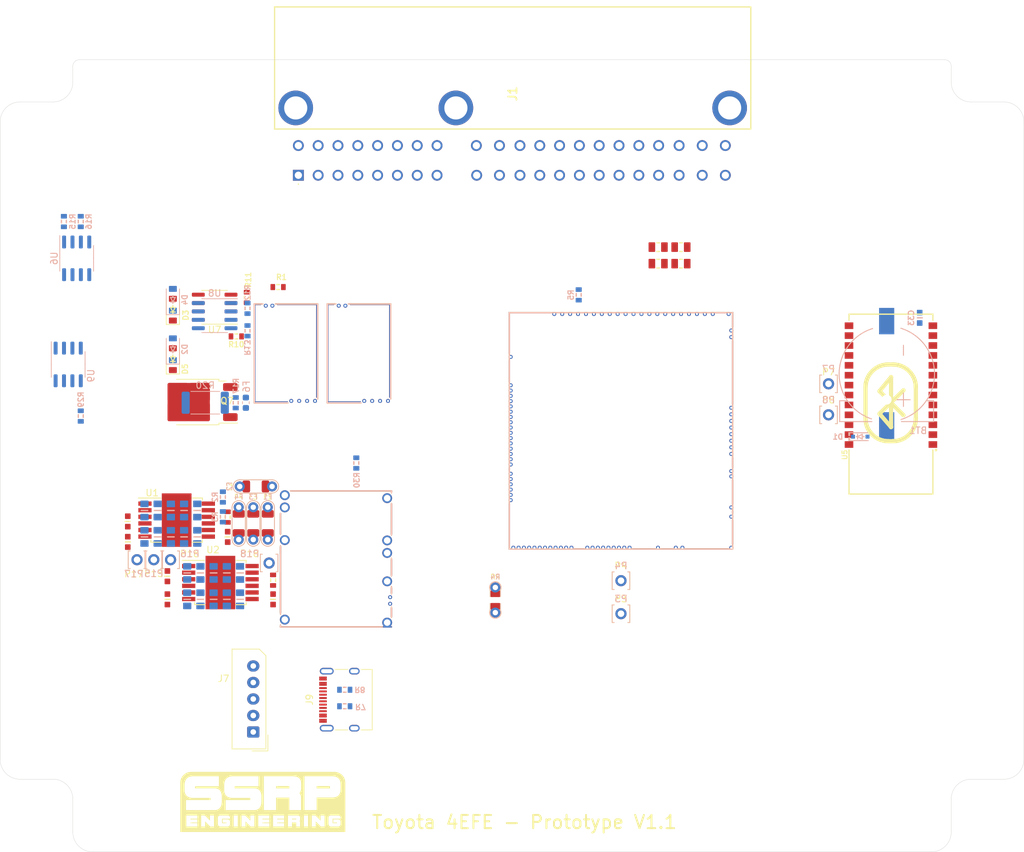
<source format=kicad_pcb>
(kicad_pcb (version 20221018) (generator pcbnew)
  (title_block (title "UAEFI") (date "2024-03-27") (rev "C"))
  (layers (0 "F.Cu" signal) (1 "In1.Cu" signal) (2 "In2.Cu" signal) (31 "B.Cu" signal) (34 "B.Paste" user) (35 "F.Paste" user) (36 "B.SilkS" user "B.Silkscreen") (37 "F.SilkS" user "F.Silkscreen") (38 "B.Mask" user) (39 "F.Mask" user) (44 "Edge.Cuts" user))
  (net 0 "")
  (net 1 "Net-(BT1-+)")
  (net 2 "GND")
  (net 3 "/DC Driver 1/PWR")
  (net 4 "/OUT_DC1-")
  (net 5 "/OUT_DC1+")
  (net 6 "/DC Driver 2/PWR")
  (net 7 "/OUT_DC2-")
  (net 8 "/OUT_DC2+")
  (net 9 "+5VA")
  (net 12 "+3.3VA")
  (net 13 "/VBAT")
  (net 14 "+12V_RAW")
  (net 15 "/OUT_LS1")
  (net 16 "/OUT_LS2")
  (net 17 "/OUT_LS3")
  (net 18 "/OUT_LS4")
  (net 21 "/IN_VIGN")
  (net 22 "+12V")
  (net 28 "+5VP")
  (net 29 "/IN_PPS2")
  (net 30 "/IN_PPS1")
  (net 31 "/IN_CLT")
  (net 32 "/IN_IAT")
  (net 33 "GNDA")
  (net 34 "/IN_TPS1")
  (net 35 "/IN_TPS2")
  (net 36 "/IN_AUX3")
  (net 37 "/IN_AUX2")
  (net 38 "/IN_AUX1")
  (net 39 "/IN_BUTTON2")
  (net 40 "/IN_BUTTON1")
  (net 41 "/IN_HALL3")
  (net 42 "/IN_HALL2")
  (net 43 "/IN_HALL1")
  (net 44 "/IN_MAP")
  (net 46 "/IN_BUTTON3")
  (net 48 "/IN_FLEX")
  (net 49 "/VR_MAX9924+")
  (net 56 "/OUT_IGN1")
  (net 57 "/OUT_INJ2")
  (net 58 "/OUT_INJ1")
  (net 64 "/VBUS")
  (net 65 "/USB-")
  (net 66 "/USB+")
  (net 68 "Net-(J9-CC1)")
  (net 70 "Net-(J9-CC2)")
  (net 73 "/VIGN")
  (net 74 "+5V")
  (net 75 "/PWR_EN")
  (net 76 "Net-(M1-PG_5VP)")
  (net 78 "/VR_MAX9924-")
  (net 79 "/VR_DISCRETE+")
  (net 80 "/VR_DISCRETE-")
  (net 83 "/VR_DISCRETE_THR")
  (net 86 "/DC2_DIS")
  (net 87 "/DC2_DIR")
  (net 88 "/DC1_DIS")
  (net 89 "/LS2")
  (net 90 "/LS1")
  (net 91 "/INJ2")
  (net 92 "/INJ1")
  (net 93 "/LS3")
  (net 94 "/LS4")
  (net 95 "/DC1_PWM")
  (net 96 "/DC1_DIR")
  (net 97 "/DC2_PWM")
  (net 112 "+3.3V")
  (net 113 "/IN_VMAIN")
  (net 114 "/ADC3")
  (net 115 "/IGN1")
  (net 117 "Net-(Q7-G)")
  (net 123 "Net-(M6-UART2_TX_(PD5))")
  (net 124 "Net-(M6-UART2_RX_(PD6))")
  (net 125 "Net-(M6-LED_GREEN)")
  (net 126 "Net-(M6-LED_YELLOW)")
  (net 139 "/PG_5VP")
  (net 140 "Net-(F6-Pad1)")
  (net 141 "/12V_KEY")
  (net 148 "/OUT_LS_HOT1")
  (net 149 "/OUT_LS_HOT2")
  (net 150 "/LS_HOT2")
  (net 151 "/LS_HOT1")
  (net 152 "/VR_DISCRETE_A")
  (net 153 "/VR_DISCRETE")
  (net 154 "/VR_MAX9924")
  (footprint "Package_SO:SOIC-8_3.9x4.9mm_P1.27mm" (layer "F.Cu") (at 113.328245 74.12672 180)
    (fp_text reference "U7" (at 0 -3.4) (layer "F.SilkS"))
    (fp_text value "VNLD5160TR-E")
    (pad "1" smd roundrect (at -2.475 -1.905 180) (size 1.95 0.6) (layers "F.Cu" "F.Paste" "F.Mask") (net 90 "/LS1"))
    (pad "2" smd roundrect (at -2.475 -0.635 180) (size 1.95 0.6) (layers "F.Cu" "F.Paste" "F.Mask"))
    (pad "3" smd roundrect (at -2.475 0.635 180) (size 1.95 0.6) (layers "F.Cu" "F.Paste" "F.Mask") (net 89 "/LS2"))
    (pad "4" smd roundrect (at -2.475 1.905 180) (size 1.95 0.6) (layers "F.Cu" "F.Paste" "F.Mask"))
    (pad "5" smd roundrect (at 2.475 1.905 180) (size 1.95 0.6) (layers "F.Cu" "F.Paste" "F.Mask") (net 2 "GND"))
    (pad "6" smd roundrect (at 2.475 0.635 180) (size 1.95 0.6) (layers "F.Cu" "F.Paste" "F.Mask") (net 16 "/OUT_LS2"))
    (pad "7" smd roundrect (at 2.475 -0.635 180) (size 1.95 0.6) (layers "F.Cu" "F.Paste" "F.Mask") (net 2 "GND"))
    (pad "8" smd roundrect (at 2.475 -1.905 180) (size 1.95 0.6) (layers "F.Cu" "F.Paste" "F.Mask") (net 15 "/OUT_LS1"))
  )
  (footprint "hellen-one-common:C0603" (layer "F.Cu") (at 106.174995 114.874995 -90)
    (fp_text reference "C24" hide)
    (fp_text value "100n" hide)
    (pad "1" smd roundrect (at -0.790001 0 270) (size 0.850001 0.850001) (layers "F.Cu" "F.Paste" "F.Mask") (roundrect_rratio 0.1) (net 2 "GND"))
    (pad "2" smd roundrect (at 0.790001 0 270) (size 0.850001 0.850001) (layers "F.Cu" "F.Paste" "F.Mask") (roundrect_rratio 0.1) (net 6 "/DC Driver 2/PWR"))
  )
  (footprint "hellen-one-common:R0805" (layer "F.Cu") (at 183.928246 67.51672)
    (fp_text reference "R39" hide)
    (fp_text value "DNP" hide)
    (pad "1" smd roundrect (at -0.950001 0) (size 1.000001 1.45) (layers "F.Cu" "F.Paste" "F.Mask") (roundrect_rratio 0.1) (net 39 "/IN_BUTTON2"))
    (pad "2" smd roundrect (at 0.950021 0) (size 1.000001 1.45) (layers "F.Cu" "F.Paste" "F.Mask") (roundrect_rratio 0.1) (net 9 "+5VA"))
  )
  (footprint "hellen-one-common:PAD-TH" (layer "F.Cu") (at 206.275 90.425048)
    (fp_text reference "P8" (at 0 -2.25) (layer "F.SilkS"))
    (fp_text value "Pad" hide)
    (fp_text user "${REFERENCE}" (at 0 -2.25) (layer "B.SilkS") (effects (justify mirror)))
    (pad "1" thru_hole circle (at 0 0) (size 1.7 1.7) (drill 1) (layers "*.Cu" "*.Mask") (net 123 "Net-(M6-UART2_TX_(PD5))"))
  )
  (footprint "Package_TO_SOT_SMD:TO-252-2" (layer "F.Cu") (at 110.663245 88.49172 180)
    (fp_text reference "Q7" (at -4.54 0.17) (layer "F.SilkS"))
    (fp_text value "ISL9V3040D3ST")
    (pad "1" smd roundrect (at -5.04 -2.28 180) (size 2.2 1.2) (layers "F.Cu" "F.Paste" "F.Mask") (roundrect_rratio 0.208333) (net 117 "Net-(Q7-G)"))
    (pad "2" smd roundrect (at -0.415 -1.525 180) (size 3.05 2.75) (layers "F.Cu" "F.Paste") (roundrect_rratio 0.090909) (net 56 "/OUT_IGN1"))
    (pad "2" smd roundrect (at -0.415 1.525 180) (size 3.05 2.75) (layers "F.Cu" "F.Paste") (roundrect_rratio 0.090909) (net 56 "/OUT_IGN1"))
    (pad "2" smd roundrect (at 1.26 0 180) (size 6.4 5.8) (layers "F.Cu" "F.Mask") (roundrect_rratio 0.043103) (net 56 "/OUT_IGN1"))
    (pad "2" smd roundrect (at 2.935 -1.525 180) (size 3.05 2.75) (layers "F.Cu" "F.Paste") (roundrect_rratio 0.090909) (net 56 "/OUT_IGN1"))
    (pad "2" smd roundrect (at 2.935 1.525 180) (size 3.05 2.75) (layers "F.Cu" "F.Paste") (roundrect_rratio 0.090909) (net 56 "/OUT_IGN1"))
    (pad "3" smd roundrect (at -5.04 2.28 180) (size 2.2 1.2) (layers "F.Cu" "F.Paste" "F.Mask") (roundrect_rratio 0.208333) (net 2 "GND"))
  )
  (footprint "hellen-one-common:C0603" (layer "F.Cu") (at 122.174995 118.374995 -90)
    (fp_text reference "C26" hide)
    (fp_text value "10n" hide)
    (pad "1" smd roundrect (at -0.790001 0 270) (size 0.850001 0.850001) (layers "F.Cu" "F.Paste" "F.Mask") (roundrect_rratio 0.1) (net 2 "GND"))
    (pad "2" smd roundrect (at 0.790001 0 270) (size 0.850001 0.850001) (layers "F.Cu" "F.Paste" "F.Mask") (roundrect_rratio 0.1) (net 8 "/OUT_DC2+"))
  )
  (footprint "hellen-one-common:R0603" (layer "F.Cu") (at 122.935742 71.06672 180)
    (fp_text reference "R1" (at 0.402497 1.015 unlocked) (layer "F.SilkS") (effects (font (size 0.82 0.82) (thickness 0.17)) (justify left bottom)))
    (fp_text value "4.7k" hide)
    (pad "1" smd roundrect (at -0.8 0 180) (size 0.7 0.92) (layers "F.Cu" "F.Paste" "F.Mask") (roundrect_rratio 0.1) (net 28 "+5VP"))
    (pad "2" smd roundrect (at 0.8 0 180) (size 0.7 0.92) (layers "F.Cu" "F.Paste" "F.Mask") (roundrect_rratio 0.1) (net 78 "/VR_MAX9924-"))
  )
  (footprint "4EFE Connector:1754466" (layer "F.Cu") (at 126.00368 54.12868 90)
    (fp_text reference "J1" (at 12.337 32.45 90) (layer "F.SilkS") (effects (font (size 1.27 1.27) (thickness 0.254))))
    (fp_text value "175446-6" hide)
    (pad "1" thru_hole rect (at 0 0 90) (size 1.65 1.65) (drill 1.1) (layers "*.Cu" "*.Mask"))
    (pad "2" thru_hole circle (at 0 3 90) (size 1.65 1.65) (drill 1.1) (layers "*.Cu" "*.Mask"))
    (pad "3" thru_hole circle (at 0 6 90) (size 1.65 1.65) (drill 1.1) (layers "*.Cu" "*.Mask"))
    (pad "4" thru_hole circle (at 0 9 90) (size 1.65 1.65) (drill 1.1) (layers "*.Cu" "*.Mask"))
    (pad "5" thru_hole circle (at 0 12 90) (size 1.65 1.65) (drill 1.1) (layers "*.Cu" "*.Mask"))
    (pad "6" thru_hole circle (at 0 15 90) (size 1.65 1.65) (drill 1.1) (layers "*.Cu" "*.Mask"))
    (pad "7" thru_hole circle (at 0 18 90) (size 1.65 1.65) (drill 1.1) (layers "*.Cu" "*.Mask"))
    (pad "8" thru_hole circle (at 0 21 90) (size 1.65 1.65) (drill 1.1) (layers "*.Cu" "*.Mask"))
    (pad "9" thru_hole circle (at 4.5 0 90) (size 1.65 1.65) (drill 1.1) (layers "*.Cu" "*.Mask"))
    (pad "10" thru_hole circle (at 4.5 3 90) (size 1.65 1.65) (drill 1.1) (layers "*.Cu" "*.Mask"))
    (pad "11" thru_hole circle (at 4.5 6 90) (size 1.65 1.65) (drill 1.1) (layers "*.Cu" "*.Mask"))
    (pad "12" thru_hole circle (at 4.5 9 90) (size 1.65 1.65) (drill 1.1) (layers "*.Cu" "*.Mask"))
    (pad "13" thru_hole circle (at 4.5 12 90) (size 1.65 1.65) (drill 1.1) (layers "*.Cu" "*.Mask"))
    (pad "14" thru_hole circle (at 4.5 15 90) (size 1.65 1.65) (drill 1.1) (layers "*.Cu" "*.Mask"))
    (pad "15" thru_hole circle (at 4.5 18 90) (size 1.65 1.65) (drill 1.1) (layers "*.Cu" "*.Mask"))
    (pad "16" thru_hole circle (at 4.5 21 90) (size 1.65 1.65) (drill 1.1) (layers "*.Cu" "*.Mask"))
    (pad "101" thru_hole circle (at 0 27 90) (size 1.65 1.65) (drill 1.1) (layers "*.Cu" "*.Mask"))
    (pad "102" thru_hole circle (at 0 30.45 90) (size 1.65 1.65) (drill 1.1) (layers "*.Cu" "*.Mask"))
    (pad "103" thru_hole circle (at 0 33.55 90) (size 1.65 1.65) (drill 1.1) (layers "*.Cu" "*.Mask"))
    (pad "104" thru_hole circle (at 0 36.55 90) (size 1.65 1.65) (drill 1.1) (layers "*.Cu" "*.Mask"))
    (pad "105" thru_hole circle (at 0 39.55 90) (size 1.65 1.65) (drill 1.1) (layers "*.Cu" "*.Mask"))
    (pad "106" thru_hole circle (at 0 42.55 90) (size 1.65 1.65) (drill 1.1) (layers "*.Cu" "*.Mask"))
    (pad "107" thru_hole circle (at 0 45.55 90) (size 1.65 1.65) (drill 1.1) (layers "*.Cu" "*.Mask"))
    (pad "108" thru_hole circle (at 0 48.55 90) (size 1.65 1.65) (drill 1.1) (layers "*.Cu" "*.Mask"))
    (pad "109" thru_hole circle (at 0 51.55 90) (size 1.65 1.65) (drill 1.1) (layers "*.Cu" "*.Mask"))
    (pad "110" thru_hole circle (at 0 54.55 90) (size 1.65 1.65) (drill 1.1) (layers "*.Cu" "*.Mask"))
    (pad "111" thru_hole circle (at 0 57.65 90) (size 1.65 1.65) (drill 1.1) (layers "*.Cu" "*.Mask"))
    (pad "112" thru_hole circle (at 0 61.15 90) (size 1.65 1.65) (drill 1.1) (layers "*.Cu" "*.Mask"))
    (pad "113" thru_hole circle (at 0 64.65 90) (size 1.65 1.65) (drill 1.1) (layers "*.Cu" "*.Mask"))
    (pad "114" thru_hole circle (at 4.5 26.95 90) (size 1.65 1.65) (drill 1.1) (layers "*.Cu" "*.Mask"))
    (pad "115" thru_hole circle (at 4.5 30.45 90) (size 1.65 1.65) (drill 1.1) (layers "*.Cu" "*.Mask"))
    (pad "116" thru_hole circle (at 4.5 33.55 90) (size 1.65 1.65) (drill 1.1) (layers "*.Cu" "*.Mask"))
    (pad "117" thru_hole circle (at 4.5 36.55 90) (size 1.65 1.65) (drill 1.1) (layers "*.Cu" "*.Mask"))
    (pad "118" thru_hole circle (at 4.5 39.55 90) (size 1.65 1.65) (drill 1.1) (layers "*.Cu" "*.Mask"))
    (pad "119" thru_hole circle (at 4.5 42.55 90) (size 1.65 1.65) (drill 1.1) (layers "*.Cu" "*.Mask"))
    (pad "120" thru_hole circle (at 4.5 45.55 90) (size 1.65 1.65) (drill 1.1) (layers "*.Cu" "*.Mask"))
    (pad "121" thru_hole circle (at 4.5 48.55 90) (size 1.65 1.65) (drill 1.1) (layers "*.Cu" "*.Mask"))
    (pad "122" thru_hole circle (at 4.5 51.55 90) (size 1.65 1.65) (drill 1.1) (layers "*.Cu" "*.Mask"))
    (pad "123" thru_hole circle (at 4.5 54.55 90) (size 1.65 1.65) (drill 1.1) (layers "*.Cu" "*.Mask"))
    (pad "124" thru_hole circle (at 4.5 57.65 90) (size 1.65 1.65) (drill 1.1) (layers "*.Cu" "*.Mask"))
    (pad "125" thru_hole circle (at 4.5 61.15 90) (size 1.65 1.65) (drill 1.1) (layers "*.Cu" "*.Mask"))
    (pad "126" thru_hole circle (at 4.5 64.65 90) (size 1.65 1.65) (drill 1.1) (layers "*.Cu" "*.Mask"))
    (pad "MH1" thru_hole circle (at 10.2 -0.4 90) (size 5.25 5.25) (drill 3.5) (layers "*.Cu" "*.Mask"))
    (pad "MH2" thru_hole circle (at 10.2 23.85 90) (size 5.25 5.25) (drill 3.5) (layers "*.Cu" "*.Mask"))
    (pad "MH3" thru_hole circle (at 10.2 65.3 90) (size 5.25 5.25) (drill 3.5) (layers "*.Cu" "*.Mask"))
  )
  (footprint "hellen-one-common:C0603" (layer "F.Cu") (at 115.299995 108.914995 -90)
    (fp_text reference "C13" hide)
    (fp_text value "10n" hide)
    (pad "1" smd roundrect (at -0.790001 0 270) (size 0.850001 0.850001) (layers "F.Cu" "F.Paste" "F.Mask") (roundrect_rratio 0.1) (net 2 "GND"))
    (pad "2" smd roundrect (at 0.790001 0 270) (size 0.850001 0.850001) (layers "F.Cu" "F.Paste" "F.Mask") (roundrect_rratio 0.1) (net 5 "/OUT_DC1+"))
  )
  (footprint "hellen-one-common:PAD-TH" (layer "F.Cu") (at 104.114995 112.374995)
    (fp_text reference "P15" (at 0 2.1) (layer "F.SilkS"))
    (fp_text value "Pad" hide)
    (fp_text user "${REFERENCE}" (at 0 2.1) (layer "B.SilkS") (effects (justify mirror)))
    (pad "1" thru_hole circle (at 0 0) (size 1.7 1.7) (drill 1) (layers "*.Cu" "*.Mask") (net 96 "/DC1_DIR"))
  )
  (footprint "hellen-one-common:PAD-1206-PAD" (layer "F.Cu") (at 116.974995 106.874995 -90)
    (fp_text reference "F4" (at -4 0) (layer "F.SilkS") (effects (font (size 0.762 0.762) (thickness 0.127))))
    (fp_text value "12H1500D" hide)
    (fp_text user "${REFERENCE}" (at -4 0) (layer "B.SilkS") (effects (font (size 0.762 0.762) (thickness 0.127)) (justify mirror)))
    (pad "1" thru_hole circle (at -2.45 0 270) (size 1.524 1.524) (drill 0.8128) (layers "*.Cu" "*.Mask") (net 22 "+12V"))
    (pad "1" smd roundrect (at -1.45001 0) (size 1.8 1.15) (layers "F.Cu" "F.Paste" "F.Mask") (roundrect_rratio 0.2) (net 22 "+12V"))
    (pad "2" smd roundrect (at 1.45001 0) (size 1.8 1.15) (layers "F.Cu" "F.Paste" "F.Mask") (roundrect_rratio 0.2) (net 3 "/DC Driver 1/PWR"))
    (pad "2" thru_hole circle (at 2.45 0 270) (size 1.524 1.524) (drill 0.8128) (layers "*.Cu" "*.Mask") (net 3 "/DC Driver 1/PWR"))
  )
  (footprint "hellen-one-common:C0603" (layer "F.Cu") (at 100.174995 106.574995 -90)
    (fp_text reference "C11" hide)
    (fp_text value "100n" hide)
    (pad "1" smd roundrect (at -0.790001 0 270) (size 0.850001 0.850001) (layers "F.Cu" "F.Paste" "F.Mask") (roundrect_rratio 0.1) (net 2 "GND"))
    (pad "2" smd roundrect (at 0.790001 0 270) (size 0.850001 0.850001) (layers "F.Cu" "F.Paste" "F.Mask") (roundrect_rratio 0.1) (net 3 "/DC Driver 1/PWR"))
  )
  (footprint "Connector_Molex:Molex_SPOX_5267-05A_1x05_P2.50mm_Vertical" (layer "F.Cu") (at 119.175 138.475 90)
    (fp_text reference "J7" (at 8.09195 -4.495154) (layer "F.SilkS"))
    (fp_text value "Conn_01x05_Male")
    (pad "1" thru_hole roundrect (at 0 0 90) (size 1.7 1.85) (drill 0.85) (layers "*.Cu" "*.Mask") (roundrect_rratio 0.147059) (net 64 "/VBUS"))
    (pad "2" thru_hole oval (at 2.5 0 90) (size 1.7 1.85) (drill 0.85) (layers "*.Cu" "*.Mask") (net 65 "/USB-"))
    (pad "3" thru_hole oval (at 5 0 90) (size 1.7 1.85) (drill 0.85) (layers "*.Cu" "*.Mask") (net 66 "/USB+"))
    (pad "4" thru_hole oval (at 7.5 0 90) (size 1.7 1.85) (drill 0.85) (layers "*.Cu" "*.Mask") (net 2 "GND"))
    (pad "5" thru_hole oval (at 10 0 90) (size 1.7 1.85) (drill 0.85) (layers "*.Cu" "*.Mask") (net 2 "GND"))
  )
  (footprint "hellen-one-common:PAD-TH" (layer "F.Cu") (at 174.849995 115.549995)
    (fp_text reference "P4" (at 0 -2.25) (layer "F.SilkS"))
    (fp_text value "Pad" hide)
    (fp_text user "${REFERENCE}" (at 0 -2.25) (layer "B.SilkS") (effects (justify mirror)))
    (pad "1" thru_hole circle (at 0 0) (size 1.7 1.7) (drill 1) (layers "*.Cu" "*.Mask") (net 125 "Net-(M6-LED_GREEN)"))
  )
  (footprint "hellen-one-vr-discrete-0.5:vr-discrete" (layer "F.Cu") (at 130.278245 73.51672 -90)
    (fp_text reference "M3" hide)
    (fp_text value "Module-vr-discrete-0.5" hide)
    (pad "E1" thru_hole circle (at 14.8 -6.9 90) (size 0.6 0.6) (drill 0.3) (layers "*.Cu" "*.Mask") (net 83 "/VR_DISCRETE_THR"))
    (pad "E2" thru_hole circle (at 14.8 -5.7 90) (size 0.6 0.6) (drill 0.3) (layers "*.Cu" "*.Mask") (net 152 "/VR_DISCRETE_A"))
    (pad "E3" thru_hole circle (at 14.8 -8.1 90) (size 0.6 0.6) (drill 0.3) (layers "*.Cu" "*.Mask") (net 153 "/VR_DISCRETE"))
    (pad "E4" thru_hole circle (at 14.8 -9.3 90) (size 0.6 0.6) (drill 0.3) (layers "*.Cu" "*.Mask") (net 9 "+5VA"))
    (pad "G" smd rect (at 0.15 -6.6325 270) (size 0.25 6.185) (layers "F.Cu") (net 2 "GND"))
    (pad "G" smd rect (at 0.15 -6.6325 270) (size 0.25 6.185) (layers "B.Cu") (net 2 "GND"))
    (pad "G" smd rect (at 0.15 -0.5825 270) (size 0.25 1.115) (layers "F.Cu") (net 2 "GND"))
    (pad "G" smd rect (at 0.15 -0.5825 270) (size 0.25 1.115) (layers "B.Cu") (net 2 "GND"))
    (pad "G" smd rect (at 7.1625 -9.6) (size 0.25 14.275) (layers "F.Cu") (net 2 "GND"))
    (pad "G" smd rect (at 7.1625 -9.6) (size 0.25 14.275) (layers "B.Cu") (net 2 "GND"))
    (pad "G" smd rect (at 7.575 -0.15) (size 0.25 15.1) (layers "F.Cu") (net 2 "GND"))
    (pad "G" smd rect (at 7.575 -0.15) (size 0.25 15.1) (layers "B.Cu") (net 2 "GND"))
    (pad "G" smd rect (at 15 -2.6125 270) (size 0.25 5.175) (layers "F.Cu") (net 2 "GND"))
    (pad "G" smd rect (at 15 -2.6125 270) (size 0.25 5.175) (layers "B.Cu") (net 2 "GND"))
    (pad "W1" thru_hole circle (at 0.375 -2.84 90) (size 0.6 0.6) (drill 0.3) (layers "*.Cu" "*.Mask") (net 80 "/VR_DISCRETE-"))
    (pad "W2" thru_hole circle (at 0.375 -1.84 90) (size 0.6 0.6) (drill 0.3) (layers "*.Cu" "*.Mask") (net 79 "/VR_DISCRETE+"))
  )
  (footprint "hellen-one-common:R0603" (layer "F.Cu") (at 116.603245 78.54172 180)
    (fp_text reference "R10" (at 1.3 -1.7 unlocked) (layer "F.SilkS") (effects (font (size 0.82 0.82) (thickness 0.17)) (justify left bottom)))
    (fp_text value "4.7k" hide)
    (pad "1" smd roundrect (at -0.8 0 180) (size 0.7 0.92) (layers "F.Cu" "F.Paste" "F.Mask") (roundrect_rratio 0.1) (net 2 "GND"))
    (pad "2" smd roundrect (at 0.8 0 180) (size 0.7 0.92) (layers "F.Cu" "F.Paste" "F.Mask") (roundrect_rratio 0.1) (net 90 "/LS1"))
  )
  (footprint "hellen-one-common:PAD-TH" (layer "F.Cu") (at 101.574995 112.374995)
    (fp_text reference "P17" (at -0.473281 2.152835) (layer "F.SilkS"))
    (fp_text value "Pad" hide)
    (fp_text user "${REFERENCE}" (at -0.473281 2.152835) (layer "B.SilkS") (effects (justify mirror)))
    (pad "1" thru_hole circle (at 0 0) (size 1.7 1.7) (drill 1) (layers "*.Cu" "*.Mask") (net 95 "/DC1_PWM"))
  )
  (footprint "hellen-one-common:PAD-1206-PAD" (layer "F.Cu") (at 119.174995 106.874995 -90)
    (fp_text reference "F3" (at -4 0) (layer "F.SilkS") (effects (font (size 0.762 0.762) (thickness 0.127))))
    (fp_text value "12H1500D" hide)
    (fp_text user "${REFERENCE}" (at -4 0) (layer "B.SilkS") (effects (font (size 0.762 0.762) (thickness 0.127)) (justify mirror)))
    (pad "1" thru_hole circle (at -2.45 0 270) (size 1.524 1.524) (drill 0.8128) (layers "*.Cu" "*.Mask") (net 22 "+12V"))
    (pad "1" smd roundrect (at -1.45001 0) (size 1.8 1.15) (layers "F.Cu" "F.Paste" "F.Mask") (roundrect_rratio 0.2) (net 22 "+12V"))
    (pad "2" smd roundrect (at 1.45001 0) (size 1.8 1.15) (layers "F.Cu" "F.Paste" "F.Mask") (roundrect_rratio 0.2) (net 6 "/DC Driver 2/PWR"))
    (pad "2" thru_hole circle (at 2.45 0 270) (size 1.524 1.524) (drill 0.8128) (layers "*.Cu" "*.Mask") (net 6 "/DC Driver 2/PWR"))
  )
  (footprint "hellen-one-common:C0603" (layer "F.Cu") (at 106.174995 118.374995 90)
    (fp_text reference "C25" hide)
    (fp_text value "10n" hide)
    (pad "1" smd roundrect (at -0.790001 0 90) (size 0.850001 0.850001) (layers "F.Cu" "F.Paste" "F.Mask") (roundrect_rratio 0.1) (net 2 "GND"))
    (pad "2" smd roundrect (at 0.790001 0 90) (size 0.850001 0.850001) (layers "F.Cu" "F.Paste" "F.Mask") (roundrect_rratio 0.1) (net 7 "/OUT_DC2-"))
  )
  (footprint "hellen-one-common:PAD-TH" (layer "F.Cu") (at 121.574995 112.874995)
    (fp_text reference "P18" (at -2.961119 -1.422798) (layer "F.SilkS"))
    (fp_text value "Pad" hide)
    (fp_text user "${REFERENCE}" (at -2.938747 -1.395952) (layer "B.SilkS") (effects (justify mirror)))
    (pad "1" thru_hole circle (at 0 0) (size 1.7 1.7) (drill 1) (layers "*.Cu" "*.Mask") (net 97 "/DC2_PWM"))
  )
  (footprint "hellen-one-power_12and5V-0.2:power_12and5V" (layer "F.Cu") (at 123.199994 122.649996)
    (fp_text reference "M1" hide)
    (fp_text value "Module-power_12and5V-0.2" hide)
    (pad "E1" thru_hole circle (at 16.249996 -19.6) (size 1.5 1.5) (drill 1) (layers "*.Cu" "*.Mask") (net 13 "/VBAT"))
    (pad "E2" thru_hole circle (at 16.249996 -13.200003) (size 1.5 1.5) (drill 1) (layers "*.Cu" "*.Mask"))
    (pad "E3" thru_hole circle (at 16.249996 -11.3) (size 1.5 1.5) (drill 1) (layers "*.Cu" "*.Mask") (net 73 "/VIGN"))
    (pad "E4" thru_hole circle (at 16.249996 -7) (size 1.5 1.5) (drill 1) (layers "*.Cu" "*.Mask") (net 74 "+5V"))
    (pad "E5" thru_hole circle (at 16.699995 -4.600003 180) (size 0.6 0.6) (drill 0.3) (layers "*.Cu" "*.Mask") (net 75 "/PWR_EN"))
    (pad "E6" thru_hole circle (at 16.699995 -3.600002) (size 0.6 0.6) (drill 0.3) (layers "*.Cu" "*.Mask") (net 76 "Net-(M1-PG_5VP)"))
    (pad "S1" smd oval (at 0.1 -15.75 270) (size 3.3 0.2) (layers "F.Cu" "F.Paste" "F.Mask") (net 2 "GND"))
    (pad "S1" smd oval (at 0.1 -15.75 270) (size 3.3 0.2) (layers "B.Cu" "B.Paste" "B.Mask") (net 2 "GND"))
    (pad "S1" smd oval (at 0.1 -7.250002 90) (size 10.2 0.2) (layers "F.Cu" "F.Paste" "F.Mask") (net 2 "GND"))
    (pad "S1" smd oval (at 0.1 -7.250002 90) (size 10.2 0.2) (layers "B.Cu" "B.Paste" "B.Mask") (net 2 "GND"))
    (pad "S1" smd oval (at 0.1 -0.15 90) (size 0.3 0.2) (layers "F.Cu" "F.Paste" "F.Mask") (net 2 "GND"))
    (pad "S1" smd oval (at 0.1 -0.15 90) (size 0.3 0.2) (layers "B.Cu" "B.Paste" "B.Mask") (net 2 "GND"))
    (pad "S1" smd oval (at 8.499998 -0.1) (size 17 0.2) (layers "F.Cu" "F.Paste" "F.Mask") (net 2 "GND"))
    (pad "S1" smd oval (at 8.499998 -0.1) (size 17 0.2) (layers "B.Cu" "B.Paste" "B.Mask") (net 2 "GND"))
    (pad "S1" smd oval (at 9.299999 -20.7) (size 15.4 0.2) (layers "F.Cu" "F.Paste" "F.Mask") (net 2 "GND"))
    (pad "S1" smd oval (at 9.299999 -20.7) (size 15.4 0.2) (layers "B.Cu" "B.Paste" "B.Mask") (net 2 "GND"))
    (pad "S1" thru_hole circle (at 16.249996 -0.75 90) (size 1.5 1.5) (drill 1) (layers "*.Cu" "*.Mask") (net 2 "GND"))
    (pad "S1" smd oval (at 16.899997 -20.65 90) (size 0.3 0.2) (layers "F.Cu" "F.Paste" "F.Mask") (net 2 "GND"))
    (pad "S1" smd oval (at 16.899997 -20.65 90) (size 0.3 0.2) (layers "B.Cu" "B.Paste" "B.Mask") (net 2 "GND"))
    (pad "S1" smd oval (at 16.899997 -16.450002 90) (size 4.8 0.2) (layers "F.Cu" "F.Paste" "F.Mask") (net 2 "GND"))
    (pad "S1" smd oval (at 16.899997 -16.450002 90) (size 4.8 0.2) (layers "B.Cu" "B.Paste" "B.Mask") (net 2 "GND"))
    (pad "S1" smd oval (at 16.899997 -9.1 270) (size 2.6 0.2) (layers "F.Cu" "F.Paste" "F.Mask") (net 2 "GND"))
    (pad "S1" smd oval (at 16.899997 -9.1 270) (size 2.6 0.2) (layers "B.Cu" "B.Paste" "B.Mask") (net 2 "GND"))
    (pad "S1" smd oval (at 16.899997 -5.600003 270) (size 1 0.2) (layers "F.Cu" "F.Paste" "F.Mask") (net 2 "GND"))
    (pad "S1" smd oval (at 16.899997 -5.600003 270) (size 1 0.2) (layers "B.Cu" "B.Paste" "B.Mask") (net 2 "GND"))
    (pad "S1" smd oval (at 16.899997 -2.300002 270) (size 1.5 0.2) (layers "F.Cu" "F.Paste" "F.Mask") (net 2 "GND"))
    (pad "S1" smd oval (at 16.899997 -2.300002 270) (size 1.5 0.2) (layers "B.Cu" "B.Paste" "B.Mask") (net 2 "GND"))
    (pad "V1" thru_hole circle (at 0.749999 -20.050002) (size 1.5 1.5) (drill 1) (layers "*.Cu" "*.Mask") (net 14 "+12V_RAW"))
    (pad "V2" thru_hole circle (at 0.749999 -18.200003) (size 1.5 1.5) (drill 1) (layers "*.Cu" "*.Mask") (net 21 "/IN_VIGN"))
    (pad "V3" thru_hole circle (at 0.749999 -13.25) (size 1.5 1.5) (drill 1) (layers "*.Cu" "*.Mask") (net 14 "+12V_RAW"))
    (pad "V4" thru_hole circle (at 0.749999 -1.200002) (size 1.5 1.5) (drill 1) (layers "*.Cu" "*.Mask") (net 28 "+5VP"))
  )
  (footprint "hellen-one-common:R0603" (layer "F.Cu") (at 115.299995 105.914995 -90)
    (fp_text reference "R9" hide)
    (fp_text value "4.7k" hide)
    (pad "1" smd roundrect (at -0.8 0 270) (size 0.7 0.92) (layers "F.Cu" "F.Paste" "F.Mask") (roundrect_rratio 0.1) (net 88 "/DC1_DIS"))
    (pad "2" smd roundrect (at 0.8 0 270) (size 0.7 0.92) (layers "F.Cu" "F.Paste" "F.Mask") (roundrect_rratio 0.1) (net 112 "+3.3V"))
  )
  (footprint "kicad6-libraries:JDY-33" (layer "F.Cu") (at 215.725 88.600048 180)
    (fp_text reference "U5" (at 7 -7.875 90) (layer "F.SilkS") (effects (font (size 0.76 0.76))))
    (fp_text value "JDY-33")
    (pad "1" smd rect (at -6.35 -6.325 180) (size 1.3 1) (layers "F.Cu" "F.Paste" "F.Mask") (net 124 "Net-(M6-UART2_RX_(PD6))"))
    (pad "2" smd rect (at -6.35 -4.825 180) (size 1.3 1) (layers "F.Cu" "F.Paste" "F.Mask") (net 123 "Net-(M6-UART2_TX_(PD5))"))
    (pad "3" smd rect (at -6.35 -3.325 180) (size 1.3 1) (layers "F.Cu" "F.Paste" "F.Mask"))
    (pad "4" smd rect (at -6.35 -1.825 180) (size 1.3 1) (layers "F.Cu" "F.Paste" "F.Mask"))
    (pad "5" smd rect (at -6.35 -0.325 180) (size 1.3 1) (layers "F.Cu" "F.Paste" "F.Mask"))
    (pad "6" smd rect (at -6.35 1.175 180) (size 1.3 1) (layers "F.Cu" "F.Paste" "F.Mask"))
    (pad "7" smd rect (at -6.35 2.675 180) (size 1.3 1) (layers "F.Cu" "F.Paste" "F.Mask"))
    (pad "8" smd rect (at -6.35 4.175 180) (size 1.3 1) (layers "F.Cu" "F.Paste" "F.Mask"))
    (pad "9" smd rect (at -6.35 5.675 180) (size 1.3 1) (layers "F.Cu" "F.Paste" "F.Mask"))
    (pad "10" smd rect (at -6.35 7.175 180) (size 1.3 1) (layers "F.Cu" "F.Paste" "F.Mask"))
    (pad "11" smd rect (at -6.35 8.675 180) (size 1.3 1) (layers "F.Cu" "F.Paste" "F.Mask"))
    (pad "12" smd rect (at -6.35 10.175 180) (size 1.3 1) (layers "F.Cu" "F.Paste" "F.Mask") (net 12 "+3.3VA"))
    (pad "13" smd rect (at -6.35 11.675 180) (size 1.3 1) (layers "F.Cu" "F.Paste" "F.Mask") (net 2 "GND"))
    (pad "14" smd rect (at 6.35 11.675) (size 1.3 1) (layers "F.Cu" "F.Paste" "F.Mask"))
    (pad "15" smd rect (at 6.35 10.175) (size 1.3 1) (layers "F.Cu" "F.Paste" "F.Mask"))
    (pad "16" smd rect (at 6.35 8.675) (size 1.3 1) (layers "F.Cu" "F.Paste" "F.Mask"))
    (pad "17" smd rect (at 6.35 7.175) (size 1.3 1) (layers "F.Cu" "F.Paste" "F.Mask"))
    (pad "18" smd rect (at 6.35 5.675) (size 1.3 1) (layers "F.Cu" "F.Paste" "F.Mask"))
    (pad "19" smd rect (at 6.35 4.175) (size 1.3 1) (layers "F.Cu" "F.Paste" "F.Mask"))
    (pad "20" smd rect (at 6.35 2.675) (size 1.3 1) (layers "F.Cu" "F.Paste" "F.Mask"))
    (pad "21" smd rect (at 6.35 1.175) (size 1.3 1) (layers "F.Cu" "F.Paste" "F.Mask"))
    (pad "22" smd rect (at 6.35 -0.325) (size 1.3 1) (layers "F.Cu" "F.Paste" "F.Mask"))
    (pad "23" smd rect (at 6.35 -1.825) (size 1.3 1) (layers "F.Cu" "F.Paste" "F.Mask"))
    (pad "24" smd rect (at 6.35 -3.325) (size 1.3 1) (layers "F.Cu" "F.Paste" "F.Mask"))
    (pad "25" smd rect (at 6.35 -4.825) (size 1.3 1) (layers "F.Cu" "F.Paste" "F.Mask"))
    (pad "26" smd rect (at 6.35 -6.325) (size 1.3 1) (layers "F.Cu" "F.Paste" "F.Mask"))
  )
  (footprint "hellen-one-common:R0805" (layer "F.Cu") (at 180.478246 65.01672)
    (fp_text reference "R35" hide)
    (fp_text value "10k" hide)
    (pad "1" smd roundrect (at -0.950001 0) (size 1.000001 1.45) (layers "F.Cu" "F.Paste" "F.Mask") (roundrect_rratio 0.1) (net 33 "GNDA"))
    (pad "2" smd roundrect (at 0.950021 0) (size 1.000001 1.45) (layers "F.Cu" "F.Paste" "F.Mask") (roundrect_rratio 0.1) (net 40 "/IN_BUTTON1"))
  )
  (footprint "hellen-one-common:PAD-1206-PAD" (layer "F.Cu") (at 121.374995 106.874995 -90)
    (fp_text reference "F1" (at -4 0) (layer "F.SilkS") (effects (font (size 0.762 0.762) (thickness 0.127))))
    (fp_text value "12H1500D" hide)
    (fp_text user "${REFERENCE}" (at -4 0) (layer "B.SilkS") (effects (font (size 0.762 0.762) (thickness 0.127)) (justify mirror)))
    (pad "1" thru_hole circle (at -2.45 0 270) (size 1.524 1.524) (drill 0.8128) (layers "*.Cu" "*.Mask") (net 141 "/12V_KEY"))
    (pad "1" smd roundrect (at -1.45001 0) (size 1.8 1.15) (layers "F.Cu" "F.Paste" "F.Mask") (roundrect_rratio 0.2) (net 141 "/12V_KEY"))
    (pad "2" smd roundrect (at 1.45001 0) (size 1.8 1.15) (layers "F.Cu" "F.Paste" "F.Mask") (roundrect_rratio 0.2) (net 21 "/IN_VIGN"))
    (pad "2" thru_hole circle (at 2.45 0 270) (size 1.524 1.524) (drill 0.8128) (layers "*.Cu" "*.Mask") (net 21 "/IN_VIGN"))
  )
  (footprint "hellen-one-common:PAD-TH" (layer "F.Cu") (at 174.849995 120.549995)
    (fp_text reference "P3" (at 0 -2.25) (layer "F.SilkS"))
    (fp_text value "Pad" hide)
    (fp_text user "${REFERENCE}" (at 0 -2.25) (layer "B.SilkS") (effects (justify mirror)))
    (pad "1" thru_hole circle (at 0 0) (size 1.7 1.7) (drill 1) (layers "*.Cu" "*.Mask") (net 126 "Net-(M6-LED_YELLOW)"))
  )
  (footprint "hellen-one-common:PAD-0805-PAD" (layer "F.Cu") (at 155.824604 118.480386 -90)
    (fp_text reference "R4" (at -3.5 0) (layer "F.SilkS") (effects (font (size 0.762 0.762) (thickness 0.127))))
    (fp_text value "Jumper-Pad-Pad" hide)
    (fp_text user "${REFERENCE}" (at -3.5 0) (layer "B.SilkS") (effects (font (size 0.762 0.762) (thickness 0.127)) (justify mirror)))
    (pad "1" thru_hole circle (at -1.905 0 270) (size 1.524 1.524) (drill 0.8128) (layers "*.Cu" "*.Mask") (net 76 "Net-(M1-PG_5VP)"))
    (pad "1" smd roundrect (at -0.950001 0 270) (size 1.000001 1.45) (layers "F.Cu" "F.Paste" "F.Mask") (roundrect_rratio 0.1) (net 76 "Net-(M1-PG_5VP)"))
    (pad "2" smd roundrect (at 0.950021 0 270) (size 1.000001 1.45) (layers "F.Cu" "F.Paste" "F.Mask") (roundrect_rratio 0.1) (net 139 "/PG_5VP"))
    (pad "2" thru_hole circle (at 1.905 0 270) (size 1.524 1.524) (drill 0.8128) (layers "*.Cu" "*.Mask") (net 139 "/PG_5VP"))
  )
  (footprint "hellen-one-common:R0603" (layer "F.Cu") (at 118.203245 72.64172 -90)
    (fp_text reference "R11" (at -1.35 -0.7 90 unlocked) (layer "F.SilkS") (effects (font (size 0.82 0.82) (thickness 0.17)) (justify left bottom)))
    (fp_text value "4.7k" hide)
    (pad "1" smd roundrect (at -0.8 0 270) (size 0.7 0.92) (layers "F.Cu" "F.Paste" "F.Mask") (roundrect_rratio 0.1) (net 2 "GND"))
    (pad "2" smd roundrect (at 0.8 0 270) (size 0.7 0.92) (layers "F.Cu" "F.Paste" "F.Mask") (roundrect_rratio 0.1) (net 89 "/LS2"))
  )
  (footprint "hellen-one-common:SOD-123" (layer "F.Cu") (at 107.003245 74.49172 90)
    (fp_text reference "D3" (at -0.85 1.95 90) (layer "F.SilkS") (effects (font (size 0.82 0.82) (thickness 0.17))))
    (fp_text value "B5819W" hide)
    (pad "1" smd roundrect (at -1.65 0 90) (size 0.9 1.2) (layers "F.Cu" "F.Paste" "F.Mask") (roundrect_rratio 0.1) (net 14 "+12V_RAW"))
    (pad "2" smd roundrect (at 1.65 0 90) (size 0.9 1.2) (layers "F.Cu" "F.Paste" "F.Mask") (roundrect_rratio 0.1) (net 16 "/OUT_LS2"))
  )
  (footprint "hellen-one-common:R0805" (layer "F.Cu") (at 183.928246 65.01672)
    (fp_text reference "R38" hide)
    (fp_text value "DNP" hide)
    (pad "1" smd roundrect (at -0.950001 0) (size 1.000001 1.45) (layers "F.Cu" "F.Paste" "F.Mask") (roundrect_rratio 0.1) (net 40 "/IN_BUTTON1"))
    (pad "2" smd roundrect (at 0.950021 0) (size 1.000001 1.45) (layers "F.Cu" "F.Paste" "F.Mask") (roundrect_rratio 0.1) (net 9 "+5VA"))
  )
  (footprint "hellen-one-common:R0805" (layer "F.Cu") (at 180.478246 67.51672)
    (fp_text reference "R36" hide)
    (fp_text value "10k" hide)
    (pad "1" smd roundrect (at -0.950001 0) (size 1.000001 1.45) (layers "F.Cu" "F.Paste" "F.Mask") (roundrect_rratio 0.1) (net 33 "GNDA"))
    (pad "2" smd roundrect (at 0.950021 0) (size 1.000001 1.45) (layers "F.Cu" "F.Paste" "F.Mask") (roundrect_rratio 0.1) (net 39 "/IN_BUTTON2"))
  )
  (footprint "Package_SO:Infineon_PG-DSO-12-11" (layer "F.Cu") (at 107.574995 106.374995)
    (fp_text reference "U1" (at -3.707882 -4.123017) (layer "F.SilkS"))
    (fp_text value "TLE9201SG")
    (pad "1" smd rect (at -4.8 -2.5) (size 2 0.65) (layers "F.Cu" "F.Paste" "F.Mask") (net 96 "/DC1_DIR"))
    (pad "2" smd rect (at -4.8 -1.5) (size 2 0.65) (layers "F.Cu" "F.Paste" "F.Mask") (net 112 "+3.3V"))
    (pad "3" smd rect (at -4.8 -0.5) (size 2 0.65) (layers "F.Cu" "F.Paste" "F.Mask"))
    (pad "4" smd rect (at -4.8 0.5) (size 2 0.65) (layers "F.Cu" "F.Paste" "F.Mask") (net 3 "/DC Driver 1/PWR"))
    (pad "5" smd rect (at -4.8 1.5) (size 2 0.65) (layers "F.Cu" "F.Paste" "F.Mask") (net 4 "/OUT_DC1-"))
    (pad "6" smd rect (at -4.8 2.5) (size 2 0.65) (layers "F.Cu" "F.Paste" "F.Mask") (net 2 "GND"))
    (pad "7" smd rect (at 4.8 2.5) (size 2 0.65) (layers "F.Cu" "F.Paste" "F.Mask") (net 5 "/OUT_DC1+"))
    (pad "8" smd rect (at 4.8 1.5) (size 2 0.65) (layers "F.Cu" "F.Paste" "F.Mask") (net 2 "GND"))
    (pad "9" smd rect (at 4.8 0.5) (size 2 0.65) (layers "F.Cu" "F.Paste" "F.Mask") (net 2 "GND"))
    (pad "10" smd rect (at 4.8 -0.5) (size 2 0.65) (layers "F.Cu" "F.Paste" "F.Mask") (net 2 "GND"))
    (pad "11" smd rect (at 4.8 -1.5) (size 2 0.65) (layers "F.Cu" "F.Paste" "F.Mask") (net 88 "/DC1_DIS"))
    (pad "12" smd rect (at 4.8 -2.5) (size 2 0.65) (layers "F.Cu" "F.Paste" "F.Mask") (net 95 "/DC1_PWM"))
    (pad "13" smd rect (at 0 0) (size 4.5 8.1) (layers "F.Cu" "F.Mask") (net 2 "GND"))
  )
  (footprint "Package_SO:Infineon_PG-DSO-12-11" (layer "F.Cu") (at 114.199995 115.834995)
    (fp_text reference "U2" (at -1.125 -4.96) (layer "F.SilkS"))
    (fp_text value "TLE9201SG")
    (pad "1" smd rect (at -4.8 -2.5) (size 2 0.65) (layers "F.Cu" "F.Paste" "F.Mask") (net 87 "/DC2_DIR"))
    (pad "2" smd rect (at -4.8 -1.5) (size 2 0.65) (layers "F.Cu" "F.Paste" "F.Mask") (net 112 "+3.3V"))
    (pad "3" smd rect (at -4.8 -0.5) (size 2 0.65) (layers "F.Cu" "F.Paste" "F.Mask"))
    (pad "4" smd rect (at -4.8 0.5) (size 2 0.65) (layers "F.Cu" "F.Paste" "F.Mask") (net 6 "/DC Driver 2/PWR"))
    (pad "5" smd rect (at -4.8 1.5) (size 2 0.65) (layers "F.Cu" "F.Paste" "F.Mask") (net 7 "/OUT_DC2-"))
    (pad "6" smd rect (at -4.8 2.5) (size 2 0.65) (layers "F.Cu" "F.Paste" "F.Mask") (net 2 "GND"))
    (pad "7" smd rect (at 4.8 2.5) (size 2 0.65) (layers "F.Cu" "F.Paste" "F.Mask") (net 8 "/OUT_DC2+"))
    (pad "8" smd rect (at 4.8 1.5) (size 2 0.65) (layers "F.Cu" "F.Paste" "F.Mask") (net 2 "GND"))
    (pad "9" smd rect (at 4.8 0.5) (size 2 0.65) (layers "F.Cu" "F.Paste" "F.Mask") (net 2 "GND"))
    (pad "10" smd rect (at 4.8 -0.5) (size 2 0.65) (layers "F.Cu" "F.Paste" "F.Mask") (net 2 "GND"))
    (pad "11" smd rect (at 4.8 -1.5) (size 2 0.65) (layers "F.Cu" "F.Paste" "F.Mask") (net 86 "/DC2_DIS"))
    (pad "12" smd rect (at 4.8 -2.5) (size 2 0.65) (layers "F.Cu" "F.Paste" "F.Mask") (net 97 "/DC2_PWM"))
    (pad "13" smd rect (at 0 0) (size 4.5 8.1) (layers "F.Cu" "F.Mask") (net 2 "GND"))
  )
  (footprint "hellen-one-common:PAD-TH" (layer "F.Cu") (at 206.275 85.725048)
    (fp_text reference "P7" (at 0 -1.8) (layer "F.SilkS"))
    (fp_text value "Pad" hide)
    (fp_text user "${REFERENCE}" (at 0 -2.25) (layer "B.SilkS") (effects (justify mirror)))
    (pad "1" thru_hole circle (at 0 0) (size 1.7 1.7) (drill 1) (layers "*.Cu" "*.Mask") (net 124 "Net-(M6-UART2_RX_(PD6))"))
  )
  (footprint "hellen-one-mega-mcu100-0.3:mega-mcu100" (layer "F.Cu") (at 191.850005 74.849995 180)
    (fp_text reference "M6" hide)
    (fp_text value "Module:mega-mcu100/0.3" hide)
    (pad "E1" thru_hole circle (at 33.7 -6.8 90) (size 0.6 0.6) (drill 0.3) (layers "*.Cu") (net 9 "+5VA"))
    (pad "E2" thru_hole circle (at 33.70001 -11.1 90) (size 0.6 0.6) (drill 0.3) (layers "*.Cu"))
    (pad "E3" thru_hole circle (at 33.70001 -11.89999) (size 0.6 0.6) (drill 0.3) (layers "*.Cu"))
    (pad "E4" thru_hole circle (at 33.70001 -12.7) (size 0.6 0.6) (drill 0.3) (layers "*.Cu"))
    (pad "E5" thru_hole circle (at 33.70001 -13.5 90) (size 0.6 0.6) (drill 0.3) (layers "*.Cu") (net 73 "/VIGN"))
    (pad "E6" thru_hole circle (at 33.70001 -14.3 180) (size 0.6 0.6) (drill 0.3) (layers "*.Cu"))
    (pad "E7" thru_hole circle (at 33.70001 -15.1 180) (size 0.6 0.6) (drill 0.3) (layers "*.Cu"))
    (pad "E8" thru_hole circle (at 33.70001 -15.9 180) (size 0.6 0.6) (drill 0.3) (layers "*.Cu"))
    (pad "E9" thru_hole circle (at 33.70001 -16.7 180) (size 0.6 0.6) (drill 0.3) (layers "*.Cu"))
    (pad "E10" thru_hole circle (at 33.70001 -17.5) (size 0.6 0.6) (drill 0.3) (layers "*.Cu") (net 89 "/LS2"))
    (pad "E11" thru_hole circle (at 33.70001 -18.3) (size 0.6 0.6) (drill 0.3) (layers "*.Cu") (net 90 "/LS1"))
    (pad "E12" thru_hole circle (at 33.70001 -19.1) (size 0.6 0.6) (drill 0.3) (layers "*.Cu"))
    (pad "E13" thru_hole circle (at 33.70001 -19.9) (size 0.6 0.6) (drill 0.3) (layers "*.Cu"))
    (pad "E14" thru_hole circle (at 33.70001 -20.7) (size 0.6 0.6) (drill 0.3) (layers "*.Cu"))
    (pad "E15" thru_hole circle (at 33.70001 -21.5) (size 0.6 0.6) (drill 0.3) (layers "*.Cu"))
    (pad "E16" thru_hole circle (at 33.7 -22.29999 90) (size 0.6 0.6) (drill 0.3) (layers "*.Cu") (net 91 "/INJ2"))
    (pad "E17" thru_hole circle (at 33.70001 -23.1 90) (size 0.6 0.6) (drill 0.3) (layers "*.Cu") (net 92 "/INJ1"))
    (pad "E18" thru_hole circle (at 33.70001 -24.5 90) (size 0.6 0.6) (drill 0.3) (layers "*.Cu") (net 93 "/LS3"))
    (pad "E19" thru_hole circle (at 33.70001 -25.29999 90) (size 0.6 0.6) (drill 0.3) (layers "*.Cu") (net 94 "/LS4"))
    (pad "E20" thru_hole circle (at 33.70001 -26.09999 90) (size 0.6 0.6) (drill 0.3) (layers "*.Cu") (net 95 "/DC1_PWM"))
    (pad "E21" thru_hole circle (at 33.70001 -26.89999 90) (size 0.6 0.6) (drill 0.3) (layers "*.Cu") (net 96 "/DC1_DIR"))
    (pad "E22" thru_hole circle (at 33.70001 -27.69999 90) (size 0.6 0.6) (drill 0.3) (layers "*.Cu") (net 97 "/DC2_PWM"))
    (pad "E23" thru_hole circle (at 33.70001 -28.5) (size 0.6 0.6) (drill 0.3) (layers "*.Cu") (net 83 "/VR_DISCRETE_THR"))
    (pad "G" smd rect (at 0.1 -33.34999 180) (size 0.2 3.7) (layers "F.Cu") (net 2 "GND"))
    (pad "G" smd rect (at 0.1 -33.34999 180) (size 0.2 3.7) (layers "B.Cu") (net 2 "GND"))
    (pad "G" smd rect (at 0.1 -30.3 180) (size 0.2 0.4) (layers "F.Cu") (net 2 "GND"))
    (pad "G" smd rect (at 0.1 -30.3 180) (size 0.2 0.4) (layers "B.Cu") (net 2 "GND"))
    (pad "G" smd rect (at 0.1 -27.24999 180) (size 0.2 3.7) (layers "F.Cu") (net 2 "GND"))
    (pad "G" smd rect (at 0.1 -27.24999 180) (size 0.2 3.7) (layers "B.Cu") (net 2 "GND"))
    (pad "G" smd rect (at 0.1 -22.8 180) (size 0.2 1.6) (layers "F.Cu") (net 2 "GND"))
    (pad "G" smd rect (at 0.1 -22.8 180) (size 0.2 1.6) (layers "B.Cu") (net 2 "GND"))
    (pad "G" smd rect (at 0.1 -9.15 180) (size 0.2 9.7) (layers "F.Cu") (net 2 "GND"))
    (pad "G" smd rect (at 0.1 -9.15 180) (size 0.2 9.7) (layers "B.Cu") (net 2 "GND"))
    (pad "G" smd rect (at 0.1 -1.15 180) (size 0.2 2.3) (layers "F.Cu") (net 2 "GND"))
    (pad "G" smd rect (at 0.1 -1.15 180) (size 0.2 2.3) (layers "B.Cu") (net 2 "GND"))
    (pad "G" smd rect (at 1.90001 -0.09999 270) (size 0.2 1.4) (layers "F.Cu") (net 2 "GND"))
    (pad "G" smd rect (at 1.90001 -0.09999 270) (size 0.2 1.4) (layers "B.Cu") (net 2 "GND"))
    (pad "G" smd rect (at 4 -35.89999 90) (size 0.2 6.4) (layers "F.Cu") (net 2 "GND"))
    (pad "G" smd rect (at 4 -35.89999 90) (size 0.2 6.4) (layers "B.Cu") (net 2 "GND"))
    (pad "G" smd rect (at 10.05 -35.89999 90) (size 0.2 1.7) (layers "F.Cu") (net 2 "GND"))
    (pad "G" smd rect (at 10.05 -35.89999 90) (size 0.2 1.7) (layers "B.Cu") (net 2 "GND"))
    (pad "G" smd rect (at 13.55 -35.89999 90) (size 0.2 3.3) (layers "F.Cu") (net 2 "GND"))
    (pad "G" smd rect (at 13.55 -35.89999 90) (size 0.2 3.3) (layers "B.Cu") (net 2 "GND"))
    (pad "G" smd rect (at 23.3 -35.89999 90) (size 0.2 1.4) (layers "F.Cu") (net 2 "GND"))
    (pad "G" smd rect (at 23.3 -35.89999 90) (size 0.2 1.4) (layers "B.Cu") (net 2 "GND"))
    (pad "G" smd rect (at 30.8 -0.09999 270) (size 0.2 6.4) (layers "F.Cu") (net 2 "GND"))
    (pad "G" smd rect (at 30.8 -0.09999 270) (size 0.2 6.4) (layers "B.Cu") (net 2 "GND"))
    (pad "G" smd rect (at 33.90001 -32.50001) (size 0.2 7) (layers "F.Cu") (net 2 "GND"))
    (pad "G" smd rect (at 33.90001 -32.50001) (size 0.2 7) (layers "B.Cu") (net 2 "GND"))
    (pad "G" smd rect (at 33.90001 -23.79999) (size 0.2 0.4) (layers "F.Cu") (net 2 "GND"))
    (pad "G" smd rect (at 33.90001 -23.79999) (size 0.2 0.4) (layers "B.Cu") (net 2 "GND"))
    (pad "G" smd rect (at 33.90001 -8.94999) (size 0.2 3.3) (layers "F.Cu") (net 2 "GND"))
    (pad "G" smd rect (at 33.90001 -8.94999) (size 0.2 3.3) (layers "B.Cu") (net 2 "GND"))
    (pad "G" smd rect (at 33.90001 -3.14999) (size 0.2 6.3) (layers "F.Cu") (net 2 "GND"))
    (pad "G" smd rect (at 33.90001 -3.14999) (size 0.2 6.3) (layers "B.Cu") (net 2 "GND"))
    (pad "N1" thru_hole circle (at 33.30001 -35.7 90) (size 0.6 0.6) (drill 0.3) (layers "*.Cu") (net 64 "/VBUS"))
    (pad "N2" thru_hole circle (at 32.50001 -35.7 90) (size 0.6 0.6) (drill 0.3) (layers "*.Cu") (net 65 "/USB-"))
    (pad "N3" thru_hole circle (at 31.70001 -35.7 90) (size 0.6 0.6) (drill 0.3) (layers "*.Cu") (net 66 "/USB+"))
    (pad "N4" thru_hole circle (at 30.9 -35.7 90) (size 0.6 0.6) (drill 0.3) (layers "*.Cu") (net 86 "/DC2_DIS"))
    (pad "N5" thru_hole circle (at 30.10001 -35.7 90) (size 0.6 0.6) (drill 0.3) (layers "*.Cu"))
    (pad "N6" thru_hole circle (at 29.30001 -35.7 90) (size 0.6 0.6) (drill 0.3) (layers "*.Cu"))
    (pad "N7" thru_hole circle (at 28.50001 -35.7 270) (size 0.6 0.6) (drill 0.3) (layers "*.Cu"))
    (pad "N8" thru_hole circle (at 27.7 -35.7 90) (size 0.6 0.6) (drill 0.3) (layers "*.Cu"))
    (pad "N9" thru_hole circle (at 26.90001 -35.69999 270) (size 0.6 0.6) (drill 0.3) (layers "*.Cu"))
    (pad "N10" thru_hole circle (at 26.10001 -35.69999 270) (size 0.6 0.6) (drill 0.3) (layers "*.Cu"))
    (pad "N11" thru_hole circle (at 25.30001 -35.69999 270) (size 0.6 0.6) (drill 0.3) (layers "*.Cu"))
    (pad "N12" thru_hole circle (at 24.50001 -35.69999 270) (size 0.6 0.6) (drill 0.3) (layers "*.Cu"))
    (pad "N13" thru_hole circle (at 22.1 -35.69999 90) (size 0.6 0.6) (drill 0.3) (layers "*.Cu") (net 123 "Net-(M6-UART2_TX_(PD5))"))
    (pad "N14" thru_hole circle (at 21.3 -35.69999 90) (size 0.6 0.6) (drill 0.3) (layers "*.Cu") (net 124 "Net-(M6-UART2_RX_(PD6))"))
    (pad "N14a" thru_hole circle (at 20.50001 -35.7 90) (size 0.6 0.6) (drill 0.3) (layers "*.Cu") (net 125 "Net-(M6-LED_GREEN)"))
    (pad "N14b" thru_hole circle (at 19.7 -35.7 90) (size 0.6 0.6) (drill 0.3) (layers "*.Cu") (net 126 "Net-(M6-LED_YELLOW)"))
    (pad "N15" thru_hole circle (at 18.9 -35.7 90) (size 0.6 0.6) (drill 0.3) (layers "*.Cu") (net 12 "+3.3VA"))
    (pad "N16" thru_hole circle (at 18.1 -35.7 270) (size 0.6 0.6) (drill 0.3) (layers "*.Cu"))
    (pad "N17" thru_hole circle (at 17.3 -35.7 90) (size 0.6 0.6) (drill 0.3) (layers "*.Cu") (net 13 "/VBAT"))
    (pad "N18" thru_hole circle (at 16.5 -35.69999 90) (size 0.6 0.6) (drill 0.3) (layers "*.Cu") (net 153 "/VR_DISCRETE"))
    (pad "N19" thru_hole circle (at 15.7 -35.69999 90) (size 0.6 0.6) (drill 0.3) (layers "*.Cu") (net 154 "/VR_MAX9924"))
    (pad "N20" thru_hole circle (at 11.4 -35.69999 90) (size 0.6 0.6) (drill 0.3) (layers "*.Cu") (net 75 "/PWR_EN"))
    (pad "N21" thru_hole circle (at 8.7 -35.69999 90) (size 0.6 0.6) (drill 0.3) (layers "*.Cu") (net 112 "+3.3V"))
    (pad "N22" thru_hole circle (at 7.70001 -35.69999 90) (size 0.6 0.6) (drill 0.3) (layers "*.Cu") (net 74 "+5V"))
    (pad "N23" thru_hole circle (at 0.3 -35.69999 90) (size 0.6 0.6) (drill 0.3) (layers "*.Cu"))
    (pad "S1" thru_hole circle (at 27.10002 -0.29999 90) (size 0.6 0.6) (drill 0.3) (layers "*.Cu") (net 46 "/IN_BUTTON3"))
    (pad "S2" thru_hole circle (at 25.90001 -0.29999 90) (size 0.6 0.6) (drill 0.3) (layers "*.Cu") (net 41 "/IN_HALL3"))
    (pad "S3" thru_hole circle (at 24.70001 -0.29999 90) (size 0.6 0.6) (drill 0.3) (layers "*.Cu") (net 42 "/IN_HALL2"))
    (pad "S4" thru_hole circle (at 23.50001 -0.29999 90) (size 0.6 0.6) (drill 0.3) (layers "*.Cu") (net 43 "/IN_HALL1"))
    (pad "S5" thru_hole circle (at 22.30001 -0.29999 90) (size 0.6 0.6) (drill 0.3) (layers "*.Cu"))
    (pad "S6" thru_hole circle (at 21.10001 -0.29999 90) (size 0.6 0.6) (drill 0.3) (layers "*.Cu") (net 113 "/IN_VMAIN"))
    (pad "S7" thru_hole circle (at 19.90001 -0.29999 90) (size 0.6 0.6) (drill 0.3) (layers "*.Cu") (net 36 "/IN_AUX3"))
    (pad "S8" thru_hole circle (at 18.70001 -0.29999 90) (size 0.6 0.6) (drill 0.3) (layers "*.Cu") (net 29 "/IN_PPS2"))
    (pad "S9" thru_hole circle (at 17.50001 -0.29999 90) (size 0.6 0.6) (drill 0.3) (layers "*.Cu") (net 35 "/IN_TPS2"))
    (pad "S10" thru_hole circle (at 16.30001 -0.29999 90) (size 0.6 0.6) (drill 0.3) (layers "*.Cu") (net 37 "/IN_AUX2"))
    (pad "S11" thru_hole circle (at 15.10001 -0.29999 90) (size 0.6 0.6) (drill 0.3) (layers "*.Cu") (net 38 "/IN_AUX1"))
    (pad "S12" thru_hole circle (at 13.90001 -0.29999 90) (size 0.6 0.6) (drill 0.3) (layers "*.Cu"))
    (pad "S13" thru_hole circle (at 12.70001 -0.29999 90) (size 0.6 0.6) (drill 0.3) (layers "*.Cu") (net 44 "/IN_MAP"))
    (pad "S14" thru_hole circle (at 11.50001 -0.29999 90) (size 0.6 0.6) (drill 0.3) (layers "*.Cu") (net 40 "/IN_BUTTON1"))
    (pad "S15" thru_hole circle (at 10.30001 -0.29999 90) (size 0.6 0.6) (drill 0.3) (layers "*.Cu") (net 114 "/ADC3"))
    (pad "S16" thru_hole circle (at 9.10001 -0.29999 90) (size 0.6 0.6) (drill 0.3) (layers "*.Cu") (net 39 "/IN_BUTTON2"))
    (pad "S17" thru_hole circle (at 7.90001 -0.29999 90) (size 0.6 0.6) (drill 0.3) (layers "*.Cu") (net 48 "/IN_FLEX"))
    (pad "S18" thru_hole circle (at 6.7 -0.29999 90) (size 0.6 0.6) (drill 0.3) (layers "*.Cu") (net 34 "/IN_TPS1"))
    (pad "S19" thru_hole circle (at 5.5 -0.29999 90) (size 0.6 0.6) (drill 0.3) (layers "*.Cu") (net 30 "/IN_PPS1"))
    (pad "S20" thru_hole circle (at 4.3 -0.29999 90) (size 0.6 0.6) (drill 0.3) (layers "*.Cu") (net 32 "/IN_IAT"))
    (pad "S21" thru_hole circle (at 3.1 -0.29999 90) (size 0.6 0.6) (drill 0.3) (layers "*.Cu") (net 31 "/IN_CLT"))
    (pad "S22" thru_hole circle (at 0.7 -0.29999 90) (size 0.6 0.6) (drill 0.3) (layers "*.Cu"))
    (pad "W1" thru_hole circle (at 0.3 -2.8) (size 0.6 0.6) (drill 0.3) (layers "*.Cu") (net 33 "GNDA"))
    (pad "W2" thru_hole circle (at 0.3 -3.8 90) (size 0.6 0.6) (drill 0.3) (layers "*.Cu") (net 9 "+5VA"))
    (pad "W3" thru_hole circle (at 0.3 -14.49999) (size 0.6 0.6) (drill 0.3) (layers "*.Cu") (net 150 "/LS_HOT2"))
    (pad "W4" thru_hole circle (at 0.3 -15.5) (size 0.6 0.6) (drill 0.3) (layers "*.Cu") (net 151 "/LS_HOT1"))
    (pad "W5" thru_hole circle (at 0.3 -16.49999) (size 0.6 0.6) (drill 0.3) (layers "*.Cu"))
    (pad "W6" thru_hole circle (at 0.3 -17.49999) (size 0.6 0.6) (drill 0.3) (layers "*.Cu"))
    (pad "W7" thru_hole circle (at 0.3 -18.49999) (size 0.6 0.6) (drill 0.3) (layers "*.Cu"))
    (pad "W8" thru_hole circle (at 0.3 -19.49999) (size 0.6 0.6) (drill 0.3) (layers "*.Cu"))
    (pad "W9" thru_hole circle (at 0.3 -20.49999) (size 0.6 0.6) (drill 0.3) (layers "*.Cu"))
    (pad "W10" thru_hole circle (at 0.3 -21.49999) (size 0.6 0.6) (drill 0.3) (layers "*.Cu") (net 115 "/IGN1"))
    (pad "W11" thru_hole circle (at 0.3 -24.09999 90) (size 0.6 0.6) (drill 0.3) (layers "*.Cu"))
    (pad "W12" thru_hole circle (at 0.3 -24.89999 90) (size 0.6 0.6) (drill 0.3) (layers "*.Cu"))
    (pad "W13" thru_hole circle (at 0.3 -29.6) (size 0.6 0.6) (drill 0.3) (layers "*.Cu"))
    (pad "W14" thru_hole circle (at 0.3 -30.99999 90) (size 0.6 0.6) (drill 0.3) (layers "*.Cu"))
  )
  (footprint "kicad6-libraries:USB_C" (layer "F.Cu") (at 133.403318 133.575 90)
    (fp_text reference "J9" (at 0 -5.715 90) (layer "F.SilkS"))
    (fp_text value "USB_C")
    (pad "" np_thru_hole circle (at -2.89 -2.605 90) (size 0.65 0.65) (drill 0.65) (layers "*.Cu" "*.Mask"))
    (pad "" np_thru_hole circle (at 2.89 -2.605 90) (size 0.65 0.65) (drill 0.65) (layers "*.Cu" "*.Mask"))
    (pad "A1" smd rect (at -3.35 -3.67 90) (size 0.3 1.15) (layers "F.Cu" "F.Paste" "F.Mask") (net 2 "GND"))
    (pad "A4" smd rect (at -2.55 -3.67 90) (size 0.3 1.15) (layers "F.Cu" "F.Paste" "F.Mask") (net 64 "/VBUS"))
    (pad "A5" smd rect (at -1.25 -3.67 90) (size 0.3 1.15) (layers "F.Cu" "F.Paste" "F.Mask") (net 68 "Net-(J9-CC1)"))
    (pad "A6" smd rect (at -0.25 -3.67 90) (size 0.3 1.15) (layers "F.Cu" "F.Paste" "F.Mask") (net 66 "/USB+"))
    (pad "A7" smd rect (at 0.25 -3.67 90) (size 0.3 1.15) (layers "F.Cu" "F.Paste" "F.Mask") (net 65 "/USB-"))
    (pad "A8" smd rect (at 1.25 -3.67 90) (size 0.3 1.15) (layers "F.Cu" "F.Paste" "F.Mask"))
    (pad "A9" smd rect (at 2.55 -3.67 90) (size 0.3 1.15) (layers "F.Cu" "F.Paste" "F.Mask") (net 64 "/VBUS"))
    (pad "A12" smd rect (at 3.35 -3.67 90) (size 0.3 1.15) (layers "F.Cu" "F.Paste" "F.Mask") (net 2 "GND"))
    (pad "B1" smd rect (at 3.05 -3.67 90) (size 0.3 1.15) (layers "F.Cu" "F.Paste" "F.Mask") (net 2 "GND"))
    (pad "B4" smd rect (at 2.25 -3.67 90) (size 0.3 1.15) (layers "F.Cu" "F.Paste" "F.Mask") (net 64 "/VBUS"))
    (pad "B5" smd rect (at 1.75 -3.67 90) (size 0.3 1.15) (layers "F.Cu" "F.Paste" "F.Mask") (net 70 "Net-(J9-CC2)"))
    (pad "B6" smd rect (at 0.75 -3.67 90) (size 0.3 1.15) (layers "F.Cu" "F.Paste" "F.Mask") (net 66 "/USB+"))
    (pad "B7" smd rect (at -0.75 -3.67 90) (size 0.3 1.15) (layers "F.Cu" "F.Paste" "F.Mask") (net 65 "/USB-"))
    (pad "B8" smd rect (at -1.75 -3.67 90) (size 0.3 1.15) (layers "F.Cu" "F.Paste" "F.Mask"))
    (pad "B9" smd rect (at -2.25 -3.67 90) (size 0.3 1.15) (layers "F.Cu" "F.Paste" "F.Mask") (net 64 "/VBUS"))
    (pad "B12" smd rect (at -3.05 -3.67 90) (size 0.3 1.15) (layers "F.Cu" "F.Paste" "F.Mask") (net 2 "GND"))
    (pad "S1" thru_hole oval (at -4.32 -3.105 90) (size 1 2.1) (drill oval 0.6 1.7) (layers "*.Cu" "*.Mask") (net 2 "GND"))
    (pad "S1" thru_hole oval (at -4.32 1.075 90) (size 1 1.6) (drill oval 0.6 1.2) (layers "*.Cu" "*.Mask") (net 2 "GND"))
    (pad "S1" thru_hole oval (at 4.32 -3.105 90) (size 1 2.1) (drill oval 0.6 1.7) (layers "*.Cu" "*.Mask") (net 2 "GND"))
    (pad "S1" thru_hole oval (at 4.32 1.075 90) (size 1 1.6) (drill oval 0.6 1.2) (layers "*.Cu" "*.Mask") (net 2 "GND"))
  )
  (footprint "hellen-one-vr-max9924-0.1:vr-max9924" (layer "F.Cu") (at 119.228245 73.51672 -90)
    (fp_text reference "M4" hide)
    (fp_text value "Module-vr-max9924-0.1" hide)
    (pad "E1" thru_hole circle (at 14.8 -6.9 90) (size 0.6 0.6) (drill 0.3) (layers "*.Cu" "*.Mask"))
    (pad "E2" thru_hole circle (at 14.8 -5.7 90) (size 0.6 0.6) (drill 0.3) (layers "*.Cu" "*.Mask"))
    (pad "E3" thru_hole circle (at 14.8 -8.1 90) (size 0.6 0.6) (drill 0.3) (layers "*.Cu" "*.Mask") (net 154 "/VR_MAX9924"))
    (pad "E4" thru_hole circle (at 14.8 -9.3 90) (size 0.6 0.6) (drill 0.3) (layers "*.Cu" "*.Mask") (net 9 "+5VA"))
    (pad "G" smd rect (at 0.15 -6.6325 270) (size 0.25 6.185) (layers "F.Cu") (net 2 "GND"))
    (pad "G" smd rect (at 0.15 -6.6325 270) (size 0.25 6.185) (layers "B.Cu") (net 2 "GND"))
    (pad "G" smd rect (at 0.15 -0.5825 270) (size 0.25 1.115) (layers "F.Cu") (net 2 "GND"))
    (pad "G" smd rect (at 0.15 -0.5825 270) (size 0.25 1.115) (layers "B.Cu") (net 2 "GND"))
    (pad "G" smd rect (at 7.1625 -9.6) (size 0.25 14.275) (layers "F.Cu") (net 2 "GND"))
    (pad "G" smd rect (at 7.1625 -9.6) (size 0.25 14.275) (layers "B.Cu") (net 2 "GND"))
    (pad "G" smd rect (at 7.575 -0.15) (size 0.25 15.1) (layers "F.Cu") (net 2 "GND"))
    (pad "G" smd rect (at 7.575 -0.15) (size 0.25 15.1) (layers "B.Cu") (net 2 "GND"))
    (pad "G" smd rect (at 15 -2.6125 270) (size 0.25 5.175) (layers "F.Cu") (net 2 "GND"))
    (pad "G" smd rect (at 15 -2.6125 270) (size 0.25 5.175) (layers "B.Cu") (net 2 "GND"))
    (pad "W1" thru_hole circle (at 0.375 -2.84 90) (size 0.6 0.6) (drill 0.3) (layers "*.Cu" "*.Mask") (net 78 "/VR_MAX9924-"))
    (pad "W2" thru_hole circle (at 0.375 -1.84 90) (size 0.6 0.6) (drill 0.3) (layers "*.Cu" "*.Mask") (net 49 "/VR_MAX9924+"))
  )
  (footprint "hellen-one-common:PAD-1206-PAD" (layer "F.Cu") (at 119.574995 101.274995)
    (fp_text reference "F2" (at -4 0 90) (layer "F.SilkS") (effects (font (size 0.762 0.762) (thickness 0.127))))
    (fp_text value "12H1500D" hide)
    (fp_text user "${REFERENCE}" (at -4 0 90) (layer "B.SilkS") (effects (font (size 0.762 0.762) (thickness 0.127)) (justify mirror)))
    (pad "1" thru_hole circle (at -2.45 0) (size 1.524 1.524) (drill 0.8128) (layers "*.Cu" "*.Mask") (net 22 "+12V"))
    (pad "1" smd roundrect (at -1.45001 0 90) (size 1.8 1.15) (layers "F.Cu" "F.Paste" "F.Mask") (roundrect_rratio 0.2) (net 22 "+12V"))
    (pad "2" smd roundrect (at 1.45001 0 90) (size 1.8 1.15) (layers "F.Cu" "F.Paste" "F.Mask") (roundrect_rratio 0.2) (net 14 "+12V_RAW"))
    (pad "2" thru_hole circle (at 2.45 0) (size 1.524 1.524) (drill 0.8128) (layers "*.Cu" "*.Mask") (net 14 "+12V_RAW"))
  )
  (footprint "hellen-one-common:SOD-123" (layer "F.Cu") (at 107.003245 81.99172 90)
    (fp_text reference "D5" (at -1.5 1.85 90) (layer "F.SilkS") (effects (font (size 0.82 0.82) (thickness 0.17))))
    (fp_text value "B5819W" hide)
    (pad "1" smd roundrect (at -1.65 0 90) (size 0.9 1.2) (layers "F.Cu" "F.Paste" "F.Mask") (roundrect_rratio 0.1) (net 14 "+12V_RAW"))
    (pad "2" smd roundrect (at 1.65 0 90) (size 0.9 1.2) (layers "F.Cu" "F.Paste" "F.Mask") (roundrect_rratio 0.1) (net 18 "/OUT_LS4"))
  )
  (footprint "hellen-one-common:R0603" (layer "F.Cu") (at 122.174995 115.474995 -90)
    (fp_text reference "R14" hide)
    (fp_text value "4.7k" hide)
    (pad "1" smd roundrect (at -0.8 0 270) (size 0.7 0.92) (layers "F.Cu" "F.Paste" "F.Mask") (roundrect_rratio 0.1) (net 86 "/DC2_DIS"))
    (pad "2" smd roundrect (at 0.8 0 270) (size 0.7 0.92) (layers "F.Cu" "F.Paste" "F.Mask") (roundrect_rratio 0.1) (net 112 "+3.3V"))
  )
  (footprint "hellen-one-common:PAD-TH" (layer "F.Cu") (at 106.654995 112.374995)
    (fp_text reference "P16" (at 2.92 -0.9) (layer "F.SilkS"))
    (fp_text value "Pad" hide)
    (fp_text user "${REFERENCE}" (at 2.92 -0.9) (layer "B.SilkS") (effects (justify mirror)))
    (pad "1" thru_hole circle (at 0 0) (size 1.7 1.7) (drill 1) (layers "*.Cu" "*.Mask") (net 87 "/DC2_DIR"))
  )
  (footprint "hellen-one-common:C0603" (layer "F.Cu") (at 100.174995 109.674995 90)
    (fp_text reference "C12" hide)
    (fp_text value "10n" hide)
    (pad "1" smd roundrect (at -0.790001 0 90) (size 0.850001 0.850001) (layers "F.Cu" "F.Paste" "F.Mask") (roundrect_rratio 0.1) (net 2 "GND"))
    (pad "2" smd roundrect (at 0.790001 0 90) (size 0.850001 0.850001) (layers "F.Cu" "F.Paste" "F.Mask") (roundrect_rratio 0.1) (net 4 "/OUT_DC1-"))
  )
  (footprint "hellen-one-common:C0805" (layer "B.Cu") (at 110.699995 108.914995 90)
    (fp_text reference "C10" hide)
    (fp_text value "10u" hide)
    (pad "1" smd roundrect (at -1 0 90) (size 1 1.25) (layers "B.Cu" "B.Paste" "B.Mask") (roundrect_rratio 0.1) (net 2 "GND"))
    (pad "2" smd roundrect (at 1 0 90) (size 1 1.25) (layers "B.Cu" "B.Paste" "B.Mask") (roundrect_rratio 0.1) (net 3 "/DC Driver 1/PWR"))
  )
  (footprint "hellen-one-common:SOD-123" (layer "B.Cu") (at 107.003245 72.99172 90)
    (fp_text reference "D4" (at 0 1.8 90) (layer "B.SilkS") (effects (font (size 0.82 0.82) (thickness 0.17)) (justify mirror)))
    (fp_text value "B5819W" hide)
    (pad "1" smd roundrect (at -1.65 0 90) (size 0.9 1.2) (layers "B.Cu" "B.Paste" "B.Mask") (roundrect_rratio 0.1) (net 14 "+12V_RAW"))
    (pad "2" smd roundrect (at 1.65 0 90) (size 0.9 1.2) (layers "B.Cu" "B.Paste" "B.Mask") (roundrect_rratio 0.1) (net 17 "/OUT_LS3"))
  )
  (footprint "kicad6-libraries:CR1220-2" (layer "B.Cu") (at 215.075 84.225048 90)
    (fp_text reference "BT1" (at -8.579942 4.767) (layer "B.SilkS") (effects (justify mirror)))
    (fp_text value "CR1220")
    (pad "" np_thru_hole circle (at -3.899858 0 90) (size 1.5 1.5) (drill 1.500022) (layers "F&B.Cu" "*.Mask"))
    (pad "" np_thru_hole circle (at 3.6 0 90) (size 1.5 1.5) (drill 1.500022) (layers "F&B.Cu" "*.Mask"))
    (pad "1" smd rect (at -7.999952 0 270) (size 4.399991 2.299995) (layers "B.Cu" "B.Paste" "B.Mask") (net 1 "Net-(BT1-+)"))
    (pad "2" smd rect (at 8.000067 0 270) (size 3.999992 2.299995) (layers "B.Cu" "B.Paste" "B.Mask") (net 2 "GND"))
  )
  (footprint "hellen-one-common:C0805" (layer "B.Cu") (at 104.699995 108.914995 90)
    (fp_text reference "C7" hide)
    (fp_text value "10u" hide)
    (pad "1" smd roundrect (at -1 0 90) (size 1 1.25) (layers "B.Cu" "B.Paste" "B.Mask") (roundrect_rratio 0.1) (net 2 "GND"))
    (pad "2" smd roundrect (at 1 0 90) (size 1 1.25) (layers "B.Cu" "B.Paste" "B.Mask") (roundrect_rratio 0.1) (net 3 "/DC Driver 1/PWR"))
  )
  (footprint "hellen-one-common:C0603" (layer "B.Cu") (at 220.075 75.725048 -90)
    (fp_text reference "C33" (at -1.3 0.8 90 unlocked) (layer "B.SilkS") (effects (font (size 0.820001 0.820001) (thickness 0.17)) (justify left bottom mirror)))
    (fp_text value "100n" hide)
    (pad "1" smd roundrect (at -0.790001 0 270) (size 0.850001 0.850001) (layers "B.Cu" "B.Paste" "B.Mask") (roundrect_rratio 0.1) (net 2 "GND"))
    (pad "2" smd roundrect (at 0.790001 0 270) (size 0.850001 0.850001) (layers "B.Cu" "B.Paste" "B.Mask") (roundrect_rratio 0.1) (net 12 "+3.3VA"))
  )
  (footprint "hellen-one-common:C0805" (layer "B.Cu") (at 115.174995 114.374995 -90)
    (fp_text reference "C17" hide)
    (fp_text value "10u" hide)
    (pad "1" smd roundrect (at -1 0 270) (size 1 1.25) (layers "B.Cu" "B.Paste" "B.Mask") (roundrect_rratio 0.1) (net 2 "GND"))
    (pad "2" smd roundrect (at 1 0 270) (size 1 1.25) (layers "B.Cu" "B.Paste" "B.Mask") (roundrect_rratio 0.1) (net 6 "/DC Driver 2/PWR"))
  )
  (footprint "Resistor_SMD:R_2512_6332Metric" (layer "B.Cu") (at 111.903245 88.59172 180)
    (fp_text reference "R20" (at 0 2.62) (layer "B.SilkS") (effects (justify mirror)))
    (fp_text value "0")
    (pad "1" smd roundrect (at -2.9625 0 180) (size 1.225 3.35) (layers "B.Cu" "B.Paste" "B.Mask") (roundrect_rratio 0.204082) (net 140 "Net-(F6-Pad1)"))
    (pad "2" smd roundrect (at 2.9625 0 180) (size 1.225 3.35) (layers "B.Cu" "B.Paste" "B.Mask") (roundrect_rratio 0.204082) (net 56 "/OUT_IGN1"))
  )
  (footprint "hellen-one-common:C0805" (layer "B.Cu") (at 106.699995 104.914995 -90)
    (fp_text reference "C3" hide)
    (fp_text value "10u" hide)
    (pad "1" smd roundrect (at -1 0 270) (size 1 1.25) (layers "B.Cu" "B.Paste" "B.Mask") (roundrect_rratio 0.1) (net 2 "GND"))
    (pad "2" smd roundrect (at 1 0 270) (size 1 1.25) (layers "B.Cu" "B.Paste" "B.Mask") (roundrect_rratio 0.1) (net 3 "/DC Driver 1/PWR"))
  )
  (footprint "hellen-one-common:C0805" (layer "B.Cu") (at 117.174995 118.374995 90)
    (fp_text reference "C23" hide)
    (fp_text value "10u" hide)
    (pad "1" smd roundrect (at -1 0 90) (size 1 1.25) (layers "B.Cu" "B.Paste" "B.Mask") (roundrect_rratio 0.1) (net 2 "GND"))
    (pad "2" smd roundrect (at 1 0 90) (size 1 1.25) (layers "B.Cu" "B.Paste" "B.Mask") (roundrect_rratio 0.1) (net 6 "/DC Driver 2/PWR"))
  )
  (footprint "hellen-one-common:C0805" (layer "B.Cu") (at 102.699995 104.914995 -90)
    (fp_text reference "C1" hide)
    (fp_text value "10u" hide)
    (pad "1" smd roundrect (at -1 0 270) (size 1 1.25) (layers "B.Cu" "B.Paste" "B.Mask") (roundrect_rratio 0.1) (net 2 "GND"))
    (pad "2" smd roundrect (at 1 0 270) (size 1 1.25) (layers "B.Cu" "B.Paste" "B.Mask") (roundrect_rratio 0.1) (net 3 "/DC Driver 1/PWR"))
  )
  (footprint "hellen-one-common:C0805" (layer "B.Cu") (at 109.174995 114.374995 -90)
    (fp_text reference "C14" hide)
    (fp_text value "10u" hide)
    (pad "1" smd roundrect (at -1 0 270) (size 1 1.25) (layers "B.Cu" "B.Paste" "B.Mask") (roundrect_rratio 0.1) (net 2 "GND"))
    (pad "2" smd roundrect (at 1 0 270) (size 1 1.25) (layers "B.Cu" "B.Paste" "B.Mask") (roundrect_rratio 0.1) (net 6 "/DC Driver 2/PWR"))
  )
  (footprint "hellen-one-common:C0805" (layer "B.Cu") (at 109.174995 118.374995 90)
    (fp_text reference "C19" hide)
    (fp_text value "10u" hide)
    (pad "1" smd roundrect (at -1 0 90) (size 1 1.25) (layers "B.Cu" "B.Paste" "B.Mask") (roundrect_rratio 0.1) (net 2 "GND"))
    (pad "2" smd roundrect (at 1 0 90) (size 1 1.25) (layers "B.Cu" "B.Paste" "B.Mask") (roundrect_rratio 0.1) (net 6 "/DC Driver 2/PWR"))
  )
  (footprint "Fuse:Fuse_0603_1608Metric" (layer "B.Cu") (at 118.053245 88.59172 -90)
    (fp_text reference "F6" (at -2.45 -0.1 90) (layer "B.SilkS") (effects (justify mirror)))
    (fp_text value "50mA")
    (pad "1" smd roundrect (at -0.7875 0 270) (size 0.875 0.95) (layers "B.Cu" "B.Paste" "B.Mask") (net 140 "Net-(F6-Pad1)"))
    (pad "2" smd roundrect (at 0.7875 0 270) (size 0.875 0.95) (layers "B.Cu" "B.Paste" "B.Mask") (net 115 "/IGN1"))
  )
  (footprint "hellen-one-common:C0805" (layer "B.Cu") (at 108.699995 104.914995 -90)
    (fp_text reference "C4" hide)
    (fp_text value "10u" hide)
    (pad "1" smd roundrect (at -1 0 270) (size 1 1.25) (layers "B.Cu" "B.Paste" "B.Mask") (roundrect_rratio 0.1) (net 2 "GND"))
    (pad "2" smd roundrect (at 1 0 270) (size 1 1.25) (layers "B.Cu" "B.Paste" "B.Mask") (roundrect_rratio 0.1) (net 3 "/DC Driver 1/PWR"))
  )
  (footprint "hellen-one-common:SOD-123" (layer "B.Cu") (at 107.003245 80.49172 90)
    (fp_text reference "D2" (at 0 1.8 90) (layer "B.SilkS") (effects (font (size 0.82 0.82) (thickness 0.17)) (justify mirror)))
    (fp_text value "B5819W" hide)
    (pad "1" smd roundrect (at -1.65 0 90) (size 0.9 1.2) (layers "B.Cu" "B.Paste" "B.Mask") (roundrect_rratio 0.1) (net 14 "+12V_RAW"))
    (pad "2" smd roundrect (at 1.65 0 90) (size 0.9 1.2) (layers "B.Cu" "B.Paste" "B.Mask") (roundrect_rratio 0.1) (net 15 "/OUT_LS1"))
  )
  (footprint "hellen-one-common:SOD-323" (layer "B.Cu") (at 211.075 93.725048)
    (fp_text reference "D1" (at -2.5 0.5 unlocked) (layer "B.SilkS") (effects (font (size 0.8 0.8) (thickness 0.17)) (justify left bottom mirror)))
    (fp_text value "1N4148WS" hide)
    (pad "1" smd roundrect (at -1.1 0 90) (size 0.6 0.6) (layers "B.Cu" "B.Paste" "B.Mask") (roundrect_rratio 0.1) (net 13 "/VBAT"))
    (pad "2" smd roundrect (at 1.1 0 90) (size 0.6 0.6) (layers "B.Cu" "B.Paste" "B.Mask") (roundrect_rratio 0.1) (net 1 "Net-(BT1-+)"))
  )
  (footprint "hellen-one-common:C0805" (layer "B.Cu") (at 113.174995 118.374995 90)
    (fp_text reference "C21" hide)
    (fp_text value "10u" hide)
    (pad "1" smd roundrect (at -1 0 90) (size 1 1.25) (layers "B.Cu" "B.Paste" "B.Mask") (roundrect_rratio 0.1) (net 2 "GND"))
    (pad "2" smd roundrect (at 1 0 90) (size 1 1.25) (layers "B.Cu" "B.Paste" "B.Mask") (roundrect_rratio 0.1) (net 6 "/DC Driver 2/PWR"))
  )
  (footprint "hellen-one-common:R0603" (layer "B.Cu") (at 133.025 134.575 180)
    (fp_text reference "R7" (at -1.478318 0.4 180 unlocked) (layer "B.SilkS") (effects (font (size 0.82 0.82) (thickness 0.17)) (justify left bottom mirror)))
    (fp_text value "5.6k" hide)
    (pad "1" smd roundrect (at -0.8 0 180) (size 0.7 0.92) (layers "B.Cu" "B.Paste" "B.Mask") (roundrect_rratio 0.1) (net 2 "GND"))
    (pad "2" smd roundrect (at 0.8 0 180) (size 0.7 0.92) (layers "B.Cu" "B.Paste" "B.Mask") (roundrect_rratio 0.1) (net 68 "Net-(J9-CC1)"))
  )
  (footprint "hellen-one-common:R0603" (layer "B.Cu") (at 93.053245 61.14172 90)
    (fp_text reference "R16" (at 1.3 1.7 90 unlocked) (layer "B.SilkS") (effects (font (size 0.82 0.82) (thickness 0.17)) (justify left bottom mirror)))
    (fp_text value "4.7k" hide)
    (pad "1" smd roundrect (at -0.8 0 90) (size 0.7 0.92) (layers "B.Cu" "B.Paste" "B.Mask") (roundrect_rratio 0.1) (net 151 "/LS_HOT1"))
    (pad "2" smd roundrect (at 0.8 0 90) (size 0.7 0.92) (layers "B.Cu" "B.Paste" "B.Mask") (roundrect_rratio 0.1) (net 2 "GND"))
  )
  (footprint "Package_SO:SOIC-8_3.9x4.9mm_P1.27mm" (layer "B.Cu") (at 91.153245 82.79172 -90)
    (fp_text reference "U9" (at 1.7 -3.45 90) (layer "B.SilkS") (effects (justify mirror)))
    (fp_text value "VNLD5160TR-E")
    (pad "1" smd roundrect (at -2.475 1.905 270) (size 1.95 0.6) (layers "B.Cu" "B.Paste" "B.Mask") (net 92 "/INJ1"))
    (pad "2" smd roundrect (at -2.475 0.635 270) (size 1.95 0.6) (layers "B.Cu" "B.Paste" "B.Mask"))
    (pad "3" smd roundrect (at -2.475 -0.635 270) (size 1.95 0.6) (layers "B.Cu" "B.Paste" "B.Mask") (net 91 "/INJ2"))
    (pad "4" smd roundrect (at -2.475 -1.905 270) (size 1.95 0.6) (layers "B.Cu" "B.Paste" "B.Mask"))
    (pad "5" smd roundrect (at 2.475 -1.905 270) (size 1.95 0.6) (layers "B.Cu" "B.Paste" "B.Mask") (net 2 "GND"))
    (pad "6" smd roundrect (at 2.475 -0.635 270) (size 1.95 0.6) (layers "B.Cu" "B.Paste" "B.Mask") (net 57 "/OUT_INJ2"))
    (pad "7" smd roundrect (at 2.475 0.635 270) (size 1.95 0.6) (layers "B.Cu" "B.Paste" "B.Mask") (net 2 "GND"))
    (pad "8" smd roundrect (at 2.475 1.905 270) (size 1.95 0.6) (layers "B.Cu" "B.Paste" "B.Mask") (net 58 "/OUT_INJ1"))
  )
  (footprint "hellen-one-common:R0603" (layer "B.Cu") (at 134.774995 97.724995 90)
    (fp_text reference "R30" (at -1.3 0.55 90 unlocked) (layer "B.SilkS") (effects (font (size 0.82 0.82) (thickness 0.17)) (justify left bottom mirror)))
    (fp_text value "4.7k" hide)
    (pad "1" smd roundrect (at -0.8 0 90) (size 0.7 0.92) (layers "B.Cu" "B.Paste" "B.Mask") (roundrect_rratio 0.1) (net 2 "GND"))
    (pad "2" smd roundrect (at 0.8 0 90) (size 0.7 0.92) (layers "B.Cu" "B.Paste" "B.Mask") (roundrect_rratio 0.1) (net 91 "/INJ2"))
  )
  (footprint "hellen-one-common:C0805" (layer "B.Cu") (at 113.174995 114.374995 -90)
    (fp_text reference "C16" hide)
    (fp_text value "10u" hide)
    (pad "1" smd roundrect (at -1 0 270) (size 1 1.25) (layers "B.Cu" "B.Paste" "B.Mask") (roundrect_rratio 0.1) (net 2 "GND"))
    (pad "2" smd roundrect (at 1 0 270) (size 1 1.25) (layers "B.Cu" "B.Paste" "B.Mask") (roundrect_rratio 0.1) (net 6 "/DC Driver 2/PWR"))
  )
  (footprint "hellen-one-common:R0603" (layer "B.Cu") (at 116.515745 88.59172 90)
    (fp_text reference "R17" (at 3.85 0.5375 90 unlocked) (layer "B.SilkS") (effects (font (size 0.82 0.82) (thickness 0.17)) (justify left bottom mirror)))
    (fp_text value "22" hide)
    (pad "1" smd roundrect (at -0.8 0 90) (size 0.7 0.92) (layers "B.Cu" "B.Paste" "B.Mask") (roundrect_rratio 0.1) (net 117 "Net-(Q7-G)"))
    (pad "2" smd roundrect (at 0.8 0 90) (size 0.7 0.92) (layers "B.Cu" "B.Paste" "B.Mask") (roundrect_rratio 0.1) (net 140 "Net-(F6-Pad1)"))
  )
  (footprint "hellen-one-common:C0805" (layer "B.Cu") (at 115.174995 118.374995 90)
    (fp_text reference "C22" hide)
    (fp_text value "10u" hide)
    (pad "1" smd roundrect (at -1 0 90) (size 1 1.25) (layers "B.Cu" "B.Paste" "B.Mask") (roundrect_rratio 0.1) (net 2 "GND"))
    (pad "2" smd roundrect (at 1 0 90) (size 1 1.25) (layers "B.Cu" "B.Paste" "B.Mask") (roundrect_rratio 0.1) (net 6 "/DC Driver 2/PWR"))
  )
  (footprint "hellen-one-common:R0603" (layer "B.Cu") (at 133.025 132.075 180)
    (fp_text reference "R8" (at -1.378318 0.5 180 unlocked) (layer "B.SilkS") (effects (font (size 0.82 0.82) (thickness 0.17)) (justify left bottom mirror)))
    (fp_text value "5.6k" hide)
    (pad "1" smd roundrect (at -0.8 0 180) (size 0.7 0.92) (layers "B.Cu" "B.Paste" "B.Mask") (roundrect_rratio 0.1) (net 2 "GND"))
    (pad "2" smd roundrect (at 0.8 0 180) (size 0.7 0.92) (layers "B.Cu" "B.Paste" "B.Mask") (roundrect_rratio 0.1) (net 70 "Net-(J9-CC2)"))
  )
  (footprint "hellen-one-common:R0603" (layer "B.Cu") (at 114.574995 105.874995 90)
    (fp_text reference "R3" (at 0.9 -0.7 90 unlocked) (layer "B.SilkS") (effects (font (size 0.82 0.82) (thickness 0.17)) (justify left bottom mirror)))
    (fp_text value "6.8k" hide)
    (pad "1" smd roundrect (at -0.8 0 90) (size 0.7 0.92) (layers "B.Cu" "B.Paste" "B.Mask") (roundrect_rratio 0.1) (net 2 "GND"))
    (pad "2" smd roundrect (at 0.8 0 90) (size 0.7 0.92) (layers "B.Cu" "B.Paste" "B.Mask") (roundrect_rratio 0.1) (net 113 "/IN_VMAIN"))
  )
  (footprint "hellen-one-common:R0603" (layer "B.Cu") (at 90.503245 61.14172 90)
    (fp_text reference "R15" (at 1.3 1.8 90 unlocked) (layer "B.SilkS") (effects (font (size 0.82 0.82) (thickness 0.17)) (justify left bottom mirror)))
    (fp_text value "4.7k" hide)
    (pad "1" smd roundrect (at -0.8 0 90) (size 0.7 0.92) (layers "B.Cu" "B.Paste" "B.Mask") (roundrect_rratio 0.1) (net 150 "/LS_HOT2"))
    (pad "2" smd roundrect (at 0.8 0 90) (size 0.7 0.92) (layers "B.Cu" "B.Paste" "B.Mask") (roundrect_rratio 0.1) (net 2 "GND"))
  )
  (footprint "hellen-one-common:R0603" (layer "B.Cu") (at 118.303245 77.69172 90)
    (fp_text reference "R13" (at -3.85 -0.55 270 unlocked) (layer "B.SilkS") (effects (font (size 0.82 0.82) (thickness 0.17)) (justify left bottom mirror)))
    (fp_text value "4.7k" hide)
    (pad "1" smd roundrect (at -0.8 0 90) (size 0.7 0.92) (layers "B.Cu" "B.Paste" "B.Mask") (roundrect_rratio 0.1) (net 2 "GND"))
    (pad "2" smd roundrect (at 0.8 0 90) (size 0.7 0.92) (layers "B.Cu" "B.Paste" "B.Mask") (roundrect_rratio 0.1) (net 94 "/LS4"))
  )
  (footprint "hellen-one-common:C0805" (layer "B.Cu") (at 110.699995 104.914995 -90)
    (fp_text reference "C5" hide)
    (fp_text value "10u" hide)
    (pad "1" smd roundrect (at -1 0 270) (size 1 1.25) (layers "B.Cu" "B.Paste" "B.Mask") (roundrect_rratio 0.1) (net 2 "GND"))
    (pad "2" smd roundrect (at 1 0 270) (size 1 1.25) (layers "B.Cu" "B.Paste" "B.Mask") (roundrect_rratio 0.1) (net 3 "/DC Driver 1/PWR"))
  )
  (footprint "Package_SO:SOIC-8_3.9x4.9mm_P1.27mm" (layer "B.Cu") (at 92.438245 66.71672 -90)
    (fp_text reference "U6" (at 0 3.4 90) (layer "B.SilkS") (effects (justify mirror)))
    (fp_text value "VNLD5160TR-E")
    (pad "1" smd roundrect (at -2.475 1.905 270) (size 1.95 0.6) (layers "B.Cu" "B.Paste" "B.Mask") (net 150 "/LS_HOT2"))
    (pad "2" smd roundrect (at -2.475 0.635 270) (size 1.95 0.6) (layers "B.Cu" "B.Paste" "B.Mask"))
    (pad "3" smd roundrect (at -2.475 -0.635 270) (size 1.95 0.6) (layers "B.Cu" "B.Paste" "B.Mask") (net 151 "/LS_HOT1"))
    (pad "4" smd roundrect (at -2.475 -1.905 270) (size 1.95 0.6) (layers "B.Cu" "B.Paste" "B.Mask"))
    (pad "5" smd roundrect (at 2.475 -1.905 270) (size 1.95 0.6) (layers "B.Cu" "B.Paste" "B.Mask") (net 2 "GND"))
    (pad "6" smd roundrect (at 2.475 -0.635 270) (size 1.95 0.6) (layers "B.Cu" "B.Paste" "B.Mask") (net 148 "/OUT_LS_HOT1"))
    (pad "7" smd roundrect (at 2.475 0.635 270) (size 1.95 0.6) (layers "B.Cu" "B.Paste" "B.Mask") (net 2 "GND"))
    (pad "8" smd roundrect (at 2.475 1.905 270) (size 1.95 0.6) (layers "B.Cu" "B.Paste" "B.Mask") (net 149 "/OUT_LS_HOT2"))
  )
  (footprint "hellen-one-common:R0603" (layer "B.Cu") (at 93.056495 90.608445 90)
    (fp_text reference "R29" (at 3.8 0.5 90 unlocked) (layer "B.SilkS") (effects (font (size 0.82 0.82) (thickness 0.17)) (justify left bottom mirror)))
    (fp_text value "4.7k" hide)
    (pad "1" smd roundrect (at -0.8 0 90) (size 0.7 0.92) (layers "B.Cu" "B.Paste" "B.Mask") (roundrect_rratio 0.1) (net 2 "GND"))
    (pad "2" smd roundrect (at 0.8 0 90) (size 0.7 0.92) (layers "B.Cu" "B.Paste" "B.Mask") (roundrect_rratio 0.1) (net 92 "/INJ1"))
  )
  (footprint "hellen-one-common:C0805" (layer "B.Cu") (at 111.174995 114.374995 -90)
    (fp_text reference "C15" hide)
    (fp_text value "10u" hide)
    (pad "1" smd roundrect (at -1 0 270) (size 1 1.25) (layers "B.Cu" "B.Paste" "B.Mask") (roundrect_rratio 0.1) (net 2 "GND"))
    (pad "2" smd roundrect (at 1 0 270) (size 1 1.25) (layers "B.Cu" "B.Paste" "B.Mask") (roundrect_rratio 0.1) (net 6 "/DC Driver 2/PWR"))
  )
  (footprint "hellen-one-common:C0805" (layer "B.Cu") (at 106.699995 108.914995 90)
    (fp_text reference "C8" hide)
    (fp_text value "10u" hide)
    (pad "1" smd roundrect (at -1 0 90) (size 1 1.25) (layers "B.Cu" "B.Paste" "B.Mask") (roundrect_rratio 0.1) (net 2 "GND"))
    (pad "2" smd roundrect (at 1 0 90) (size 1 1.25) (layers "B.Cu" "B.Paste" "B.Mask") (roundrect_rratio 0.1) (net 3 "/DC Driver 1/PWR"))
  )
  (footprint "hellen-one-common:C0805" (layer "B.Cu") (at 108.699995 108.914995 90)
    (fp_text reference "C9" hide)
    (fp_text value "10u" hide)
    (pad "1" smd roundrect (at -1 0 90) (size 1 1.25) (layers "B.Cu" "B.Paste" "B.Mask") (roundrect_rratio 0.1) (net 2 "GND"))
    (pad "2" smd roundrect (at 1 0 90) (size 1 1.25) (layers "B.Cu" "B.Paste" "B.Mask") (roundrect_rratio 0.1) (net 3 "/DC Driver 1/PWR"))
  )
  (footprint "hellen-one-common:C0805" (layer "B.Cu") (at 102.699995 108.914995 90)
    (fp_text reference "C6" hide)
    (fp_text value "10u" hide)
    (pad "1" smd roundrect (at -1 0 90) (size 1 1.25) (layers "B.Cu" "B.Paste" "B.Mask") (roundrect_rratio 0.1) (net 2 "GND"))
    (pad "2" smd roundrect (at 1 0 90) (size 1 1.25) (layers "B.Cu" "B.Paste" "B.Mask") (roundrect_rratio 0.1) (net 3 "/DC Driver 1/PWR"))
  )
  (footprint "hellen-one-common:C0805" (layer "B.Cu") (at 104.699995 104.914995 -90)
    (fp_text reference "C2" hide)
    (fp_text value "10u" hide)
    (pad "1" smd roundrect (at -1 0 270) (size 1 1.25) (layers "B.Cu" "B.Paste" "B.Mask") (roundrect_rratio 0.1) (net 2 "GND"))
    (pad "2" smd roundrect (at 1 0 270) (size 1 1.25) (layers "B.Cu" "B.Paste" "B.Mask") (roundrect_rratio 0.1) (net 3 "/DC Driver 1/PWR"))
  )
  (footprint "hellen-one-common:C0805" (layer "B.Cu") (at 117.174995 114.374995 -90)
    (fp_text reference "C18" hide)
    (fp_text value "10u" hide)
    (pad "1" smd roundrect (at -1 0 270) (size 1 1.25) (layers "B.Cu" "B.Paste" "B.Mask") (roundrect_rratio 0.1) (net 2 "GND"))
    (pad "2" smd roundrect (at 1 0 270) (size 1 1.25) (layers "B.Cu" "B.Paste" "B.Mask") (roundrect_rratio 0.1) (net 6 "/DC Driver 2/PWR"))
  )
  (footprint "hellen-one-common:R0603" (layer "B.Cu") (at 118.303245 74.29172 90)
    (fp_text reference "R12" (at 3.7 0.5 90 unlocked) (layer "B.SilkS") (effects (font (size 0.82 0.82) (thickness 0.17)) (justify left bottom mirror)))
    (fp_text value "4.7k" hide)
    (pad "1" smd roundrect (at -0.8 0 90) (size 0.7 0.92) (layers "B.Cu" "B.Paste" "B.Mask") (roundrect_rratio 0.1) (net 2 "GND"))
    (pad "2" smd roundrect (at 0.8 0 90) (size 0.7 0.92) (layers "B.Cu" "B.Paste" "B.Mask") (roundrect_rratio 0.1) (net 93 "/LS3"))
  )
  (footprint "hellen-one-common:C0805" (layer "B.Cu") (at 111.174995 118.374995 90)
    (fp_text reference "C20" hide)
    (fp_text value "10u" hide)
    (pad "1" smd roundrect (at -1 0 90) (size 1 1.25) (layers "B.Cu" "B.Paste" "B.Mask") (roundrect_rratio 0.1) (net 2 "GND"))
    (pad "2" smd roundrect (at 1 0 90) (size 1 1.25) (layers "B.Cu" "B.Paste" "B.Mask") (roundrect_rratio 0.1) (net 6 "/DC Driver 2/PWR"))
  )
  (footprint "hellen-one-common:R0603" (layer "B.Cu") (at 168.450017 72.249995 -90)
    (fp_text reference "R5" (at -0.9 0.7 90 unlocked) (layer "B.SilkS") (effects (font (size 0.82 0.82) (thickness 0.17)) (justify left bottom mirror)))
    (fp_text value "0" hide)
    (pad "1" smd roundrect (at -0.8 0 270) (size 0.7 0.92) (layers "B.Cu" "B.Paste" "B.Mask") (roundrect_rratio 0.1) (net 152 "/VR_DISCRETE_A"))
    (pad "2" smd roundrect (at 0.8 0 270) (size 0.7 0.92) (layers "B.Cu" "B.Paste" "B.Mask") (roundrect_rratio 0.1) (net 114 "/ADC3"))
  )
  (footprint "hellen-one-common:R0603" (layer "B.Cu") (at 114.574995 102.874995 90)
    (fp_text reference "R2" (at 0.9 -0.7 90 unlocked) (layer "B.SilkS") (effects (font (size 0.82 0.82) (thickness 0.17)) (justify left bottom mirror)))
    (fp_text value "33k" hide)
    (pad "1" smd roundrect (at -0.8 0 90) (size 0.7 0.92) (layers "B.Cu" "B.Paste" "B.Mask") (roundrect_rratio 0.1) (net 113 "/IN_VMAIN"))
    (pad "2" smd roundrect (at 0.8 0 90) (size 0.7 0.92) (layers "B.Cu" "B.Paste" "B.Mask") (roundrect_rratio 0.1) (net 22 "+12V"))
  )
  (footprint "Package_SO:SOIC-8_3.9x4.9mm_P1.27mm" (layer "B.Cu") (at 113.328245 75.39672 180)
    (fp_text reference "U8" (at 0 3.4) (layer "B.SilkS") (effects (justify mirror)))
    (fp_text value "VNLD5160TR-E")
    (pad "1" smd roundrect (at -2.475 1.905 180) (size 1.95 0.6) (layers "B.Cu" "B.Paste" "B.Mask") (net 93 "/LS3"))
    (pad "2" smd roundrect (at -2.475 0.635 180) (size 1.95 0.6) (layers "B.Cu" "B.Paste" "B.Mask"))
    (pad "3" smd roundrect (at -2.475 -0.635 180) (size 1.95 0.6) (layers "B.Cu" "B.Paste" "B.Mask") (net 94 "/LS4"))
    (pad "4" smd roundrect (at -2.475 -1.905 180) (size 1.95 0.6) (layers "B.Cu" "B.Paste" "B.Mask"))
    (pad "5" smd roundrect (at 2.475 -1.905 180) (size 1.95 0.6) (layers "B.Cu" "B.Paste" "B.Mask") (net 2 "GND"))
    (pad "6" smd roundrect (at 2.475 -0.635 180) (size 1.95 0.6) (layers "B.Cu" "B.Paste" "B.Mask") (net 18 "/OUT_LS4"))
    (pad "7" smd roundrect (at 2.475 0.635 180) (size 1.95 0.6) (layers "B.Cu" "B.Paste" "B.Mask") (net 2 "GND"))
    (pad "8" smd roundrect (at 2.475 1.905 180) (size 1.95 0.6) (layers "B.Cu" "B.Paste" "B.Mask") (net 17 "/OUT_LS3"))
  )
  (gr_poly (pts (xy 130.785752 147.023053) (xy 128.773061 147.023053) (xy 128.773061 146.66085) (xy 130.785752 146.66085)) (fill solid) (layer "F.SilkS"))
  (gr_poly (pts (xy 131.546595 144.511439) (xy 131.630475 144.517817) (xy 131.713135 144.52832) (xy 131.794471 144.542845) (xy 131.874379 144.561287) (xy 131.952757 144.583543) (xy 132.029499 144.609509) (xy 132.104503 144.639081) (xy 132.177664 144.672156) (xy 132.24888 144.708629) (xy 132.318045 144.748398) (xy 132.385056 144.791358) (xy 132.44981 144.837406) (xy 132.512203 144.886437) (xy 132.57213 144.938348) (xy 132.629488 144.993036) (xy 132.684174 145.050395) (xy 132.736084 145.110324) (xy 132.785113 145.172718) (xy 132.831159 145.237472) (xy 132.874116 145.304485) (xy 132.913882 145.37365) (xy 132.950353 145.444866) (xy 132.983425 145.518028) (xy 133.012994 145.593032) (xy 133.038956 145.669775) (xy 133.061208 145.748153) (xy 133.079646 145.828062) (xy 133.094166 145.909398) (xy 133.104664 145.992057) (xy 133.111037 146.075937) (xy 133.113181 146.160932) (xy 133.113181 153.625) (xy 108.125 153.625) (xy 108.125 152.790629) (xy 109.042864 152.790629) (xy 110.708199 152.790629) (xy 111.293069 152.790629) (xy 111.88591 152.790629) (xy 111.887006 152.01346) (xy 112.658636 152.790629) (xy 113.22604 152.790629) (xy 116.212033 152.790629) (xy 116.829337 152.790629) (xy 117.405322 152.790629) (xy 117.998163 152.790629) (xy 117.99926 152.01346) (xy 118.77089 152.790629) (xy 119.338295 152.790629) (xy 119.930829 152.790629) (xy 121.596165 152.790629) (xy 122.181035 152.790629) (xy 123.846368 152.790629) (xy 126.84569 152.790629) (xy 127.463055 152.790629) (xy 128.039039 152.790629) (xy 128.631943 152.790629) (xy 128.632977 152.01346) (xy 129.404668 152.790629) (xy 129.972012 152.790629) (xy 129.972012 152.346513) (xy 130.564608 152.346513) (xy 130.565029 152.373835) (xy 130.566291 152.400289) (xy 130.568395 152.425877) (xy 130.57134 152.450597) (xy 130.575127 152.474449) (xy 130.579755 152.497435) (xy 130.585225 152.519553) (xy 130.591536 152.540804) (xy 130.598688 152.561188) (xy 130.606682 152.580705) (xy 130.615517 152.599354) (xy 130.625193 152.617136) (xy 130.635711 152.63405) (xy 130.647071 152.650098) (xy 130.659271 152.665278) (xy 130.672313 152.67959) (xy 130.686196 152.693036) (xy 130.700921 152.705614) (xy 130.716487 152.717324) (xy 130.732894 152.728167) (xy 130.750142 152.738143) (xy 130.768232 152.747251) (xy 130.787163 152.755492) (xy 130.806935 152.762866) (xy 130.827548 152.769372) (xy 130.849003 152.775011) (xy 130.871299 152.779782) (xy 130.894436 152.783685) (xy 130.918414 152.786722) (xy 130.943233 152.78889) (xy 130.968894 152.790192) (xy 130.995395 152.790625) (xy 131.983422 152.790625) (xy 132.00877 152.790203) (xy 132.03332 152.788934) (xy 132.057072 152.78682) (xy 132.080026 152.783859) (xy 132.102182 152.780054) (xy 132.12354 152.775402) (xy 132.1441 152.769905) (xy 132.163862 152.763562) (xy 132.182826 152.756374) (xy 132.200991 152.74834) (xy 132.218359 152.739461) (xy 132.234928 152.729736) (xy 132.250699 152.719165) (xy 132.265672 152.707749) (xy 132.279847 152.695488) (xy 132.293224 152.682381) (xy 132.305802 152.668429) (xy 132.317583 152.653631) (xy 132.328565 152.637988) (xy 132.338749 152.621499) (xy 132.348135 152.604166) (xy 132.356722 152.585986) (xy 132.364511 152.566962) (xy 132.371502 152.547092) (xy 132.377695 152.526378) (xy 132.383089 152.504817) (xy 132.387686 152.482412) (xy 132.391483 152.459162) (xy 132.394483 152.435066) (xy 132.396684 152.410125) (xy 132.398691 152.357708) (xy 132.398691 152.09342) (xy 132.39802 152.070467) (xy 132.396555 152.048241) (xy 132.394295 152.026741) (xy 132.391241 152.005968) (xy 132.387393 151.985921) (xy 132.382751 151.966601) (xy 132.377314 151.948007) (xy 132.371083 151.93014) (xy 132.364058 151.913) (xy 132.35624 151.896586) (xy 132.347627 151.880898) (xy 132.33822 151.865937) (xy 132.328019 151.851702) (xy 132.317025 151.838194) (xy 132.305236 151.825412) (xy 132.292654 151.813356) (xy 132.279278 151.802027) (xy 132.265109 151.791424) (xy 132.250145 151.781547) (xy 132.234388 151.772396) (xy 132.217838 151.763972) (xy 132.200494 151.756274) (xy 132.182357 151.749302) (xy 132.163426 151.743056) (xy 132.143702 151.737537) (xy 132.123184 151.732743) (xy 132.101874 151.728676) (xy 132.07977 151.725335) (xy 132.033182 151.72083) (xy 131.983422 151.71923) (xy 131.296196 151.71923) (xy 131.296196 152.178919) (xy 131.853559 152.178919) (xy 131.853559 152.290954) (xy 131.179661 152.290954) (xy 131.179661 151.604885) (xy 132.398632 151.606041) (xy 132.398695 151.606041) (xy 132.398695 151.458346) (xy 132.398079 151.437854) (xy 132.396644 151.418012) (xy 132.394389 151.398821) (xy 132.391314 151.380281) (xy 132.38742 151.362391) (xy 132.382706 151.345152) (xy 132.377171 151.328564) (xy 132.370818 151.312627) (xy 132.363644 151.29734) (xy 132.35565 151.282703) (xy 132.346837 151.268718) (xy 132.337203 151.255383) (xy 132.32675 151.242698) (xy 132.315477 151.230664) (xy 132.303384 151.219281) (xy 132.290472 151.208548) (xy 132.276739 151.198466) (xy 132.262186 151.189035) (xy 132.246814 151.180253) (xy 132.230621 151.172123) (xy 132.213608 151.164643) (xy 132.195776 151.157813) (xy 132.177123 151.151634) (xy 132.157651 151.146106) (xy 132.116246 151.137) (xy 132.071561 151.130496) (xy 132.023595 151.126593) (xy 131.972349 151.125293) (xy 130.99649 151.125293) (xy 130.969916 151.125618) (xy 130.944185 151.126593) (xy 130.919298 151.128219) (xy 130.895256 151.130496) (xy 130.872057 151.133423) (xy 130.849702 151.137) (xy 130.828191 151.141227) (xy 130.807524 151.146106) (xy 130.787701 151.151634) (xy 130.768721 151.157813) (xy 130.750586 151.164643) (xy 130.733294 151.172123) (xy 130.716846 151.180253) (xy 130.701241 151.189035) (xy 130.68648 151.198466) (xy 130.672563 151.208548) (xy 130.65949 151.219281) (xy 130.64726 151.230664) (xy 130.635873 151.242698) (xy 130.625331 151.255383) (xy 130.615632 151.268718) (xy 130.606776 151.282703) (xy 130.598764 151.29734) (xy 130.591595 151.312627) (xy 130.58527 151.328564) (xy 130.579788 151.345152) (xy 130.57515 151.362391) (xy 130.571355 151.380281) (xy 130.568403 151.398821) (xy 130.566295 151.418012) (xy 130.56503 151.437854) (xy 130.564608 151.458346) (xy 130.564608 152.346513) (xy 129.972012 152.346513) (xy 129.972012 151.125294) (xy 129.37132 151.125294) (xy 129.37132 151.902464) (xy 128.594151 151.125294) (xy 128.039039 151.125294) (xy 128.039039 152.790629) (xy 127.463055 152.790629) (xy 127.463055 151.125294) (xy 126.84569 151.125294) (xy 126.84569 152.790629) (xy 123.846368 152.790629) (xy 123.846368 152.790569) (xy 124.431177 152.790569) (xy 125.030712 152.790569) (xy 125.030712 152.175452) (xy 125.683555 152.175452) (xy 125.683555 152.790569) (xy 126.257594 152.790569) (xy 126.257594 152.169977) (xy 126.257534 152.154304) (xy 126.256806 152.138936) (xy 126.255411 152.123872) (xy 126.253349 152.109113) (xy 126.250619 152.094657) (xy 126.247221 152.080506) (xy 126.243157 152.066658) (xy 126.238424 152.053114) (xy 126.233024 152.039873) (xy 126.226957 152.026934) (xy 126.220222 152.014298) (xy 126.21282 152.001964) (xy 126.20475 151.989933) (xy 126.196013 151.978203) (xy 126.186608 151.966774) (xy 126.176536 151.955647) (xy 126.186887 151.944975) (xy 126.196581 151.933794) (xy 126.205616 151.922103) (xy 126.213994 151.909902) (xy 126.221713 151.897191) (xy 126.228774 151.883969) (xy 126.235176 151.870237) (xy 126.24092 151.855993) (xy 126.246005 151.841238) (xy 126.25043 151.825971) (xy 126.254196 151.810192) (xy 126.257303 151.793902) (xy 126.25975 151.777098) (xy 126.261538 151.759782) (xy 126.262665 151.741954) (xy 126.263132 151.723612) (xy 126.26307 151.723612) (xy 126.26307 151.458287) (xy 126.262445 151.437794) (xy 126.260992 151.417952) (xy 126.258711 151.398762) (xy 126.255602 151.380221) (xy 126.251665 151.362332) (xy 126.246899 151.345093) (xy 126.241306 151.328505) (xy 126.234885 151.312567) (xy 126.227635 151.29728) (xy 126.219558 151.282644) (xy 126.210652 151.268658) (xy 126.200918 151.255323) (xy 126.190356 151.242639) (xy 126.178965 151.230605) (xy 126.166747 151.219221) (xy 126.1537 151.208489) (xy 126.139824 151.198407) (xy 126.125121 151.188975) (xy 126.109589 151.180194) (xy 126.093229 151.172063) (xy 126.07604 151.164583) (xy 126.058023 151.157754) (xy 126.039177 151.151575) (xy 126.019503 151.146046) (xy 125.97767 151.13694) (xy 125.932522 151.130436) (xy 125.88406 151.126534) (xy 125.832284 151.125233) (xy 124.431177 151.125233) (xy 124.431177 152.790569) (xy 123.846368 152.790569) (xy 123.846368 152.286634) (xy 122.798339 152.286634) (xy 122.798339 152.17661) (xy 123.846368 152.17661) (xy 123.846368 151.72361) (xy 122.798339 151.72361) (xy 122.798339 151.607015) (xy 123.84637 151.607015) (xy 123.84637 151.125294) (xy 122.181035 151.125294) (xy 122.181035 152.790629) (xy 121.596165 152.790629) (xy 121.596165 152.286634) (xy 120.548134 152.286634) (xy 120.548134 152.17661) (xy 121.596165 152.17661) (xy 121.596165 151.72361) (xy 120.548134 151.72361) (xy 120.548134 151.607015) (xy 121.596165 151.607015) (xy 121.596165 151.125294) (xy 119.930829 151.125294) (xy 119.930829 152.790629) (xy 119.338295 152.790629) (xy 119.338295 151.125294) (xy 118.737603 151.125294) (xy 118.737603 151.902464) (xy 117.960434 151.125294) (xy 117.405322 151.125294) (xy 117.405322 152.790629) (xy 116.829337 152.790629) (xy 116.829337 151.125294) (xy 116.212033 151.125294) (xy 116.212033 152.790629) (xy 113.22604 152.790629) (xy 113.22604 152.346513) (xy 113.818699 152.346513) (xy 113.81912 152.373835) (xy 113.820382 152.400289) (xy 113.822486 152.425877) (xy 113.825431 152.450597) (xy 113.829218 152.474449) (xy 113.833846 152.497435) (xy 113.839315 152.519553) (xy 113.845626 152.540804) (xy 113.852779 152.561188) (xy 113.860772 152.580705) (xy 113.869608 152.599354) (xy 113.879284 152.617136) (xy 113.889802 152.63405) (xy 113.901161 152.650098) (xy 113.913362 152.665278) (xy 113.926404 152.67959) (xy 113.940287 152.693036) (xy 113.955011 152.705614) (xy 113.970577 152.717324) (xy 113.986984 152.728167) (xy 114.004232 152.738143) (xy 114.022322 152.747251) (xy 114.041253 152.755492) (xy 114.061025 152.762866) (xy 114.081638 152.769372) (xy 114.103093 152.775011) (xy 114.125389 152.779782) (xy 114.148526 152.783685) (xy 114.172504 152.786722) (xy 114.197323 152.78889) (xy 114.222984 152.790192) (xy 114.249485 152.790625) (xy 115.237574 152.790625) (xy 115.262917 152.790203) (xy 115.287462 152.788934) (xy 115.311209 152.78682) (xy 115.334158 152.783859) (xy 115.35631 152.780054) (xy 115.377664 152.775402) (xy 115.39822 152.769905) (xy 115.417978 152.763562) (xy 115.436939 152.756374) (xy 115.455102 152.74834) (xy 115.472466 152.739461) (xy 115.489033 152.729736) (xy 115.504802 152.719165) (xy 115.519774 152.707749) (xy 115.533947 152.695488) (xy 115.547322 152.682381) (xy 115.559899 152.668429) (xy 115.571678 152.653631) (xy 115.582659 152.637988) (xy 115.592843 152.621499) (xy 115.602228 152.604166) (xy 115.610814 152.585986) (xy 115.618603 152.566962) (xy 115.625594 152.547092) (xy 115.631786 152.526378) (xy 115.63718 152.504817) (xy 115.641776 152.482412) (xy 115.645574 152.459162) (xy 115.648574 152.435066) (xy 115.650775 152.410125) (xy 115.652782 152.357708) (xy 115.652782 152.09342) (xy 115.652112 152.070467) (xy 115.650647 152.048241) (xy 115.648388 152.026741) (xy 115.645335 152.005968) (xy 115.641488 151.985921) (xy 115.636847 151.966601) (xy 115.631412 151.948007) (xy 115.625183 151.93014) (xy 115.61816 151.913) (xy 115.610344 151.896586) (xy 115.601734 151.880898) (xy 115.592329 151.865937) (xy 115.582131 151.851702) (xy 115.571139 151.838194) (xy 115.559354 151.825412) (xy 115.546774 151.813356) (xy 115.533401 151.802027) (xy 115.519235 151.791424) (xy 115.504274 151.781547) (xy 115.48852 151.772396) (xy 115.471972 151.763972) (xy 115.454631 151.756274) (xy 115.436496 151.749302) (xy 115.417568 151.743056) (xy 115.397846 151.737537) (xy 115.37733 151.732743) (xy 115.356021 151.728676) (xy 115.333919 151.725335) (xy 115.287333 151.72083) (xy 115.237574 151.71923) (xy 114.550287 151.71923) (xy 114.550287 152.178919) (xy 115.10765 152.178919) (xy 115.10765 152.290954) (xy 114.43369 152.290954) (xy 114.43369 151.604885) (xy 115.652721 151.606041) (xy 115.652782 151.606041) (xy 115.652782 151.458346) (xy 115.652162 151.437854) (xy 115.650721 151.418012) (xy 115.648462 151.398821) (xy 115.645383 151.380281) (xy 115.641484 151.362391) (xy 115.636767 151.345152) (xy 115.631229 151.328564) (xy 115.624872 151.312627) (xy 115.617696 151.29734) (xy 115.6097 151.282703) (xy 115.600885 151.268718) (xy 115.59125 151.255383) (xy 115.580796 151.242698) (xy 115.569522 151.230664) (xy 115.557428 151.219281) (xy 115.544515 151.208548) (xy 115.530783 151.198466) (xy 115.516231 151.189035) (xy 115.500859 151.180253) (xy 115.484668 151.172123) (xy 115.467657 151.164643) (xy 115.449826 151.157813) (xy 115.431176 151.151634) (xy 115.411706 151.146106) (xy 115.370307 151.137) (xy 115.32563 151.130496) (xy 115.277674 151.126593) (xy 115.226439 151.125293) (xy 114.250581 151.125293) (xy 114.224007 151.125618) (xy 114.198276 151.126593) (xy 114.17339 151.128219) (xy 114.149347 151.130496) (xy 114.126149 151.133423) (xy 114.103794 151.137) (xy 114.082283 151.141227) (xy 114.061616 151.146106) (xy 114.041793 151.151634) (xy 114.022813 151.157813) (xy 114.004677 151.164643) (xy 113.987385 151.172123) (xy 113.970937 151.180253) (xy 113.955333 151.189035) (xy 113.940572 151.198466) (xy 113.926655 151.208548) (xy 113.913581 151.219281) (xy 113.901351 151.230664) (xy 113.889965 151.242698) (xy 113.879422 151.255383) (xy 113.869723 151.268718) (xy 113.860867 151.282703) (xy 113.852855 151.29734) (xy 113.845686 151.312627) (xy 113.839361 151.328564) (xy 113.833879 151.345152) (xy 113.829241 151.362391) (xy 113.825446 151.380281) (xy 113.822494 151.398821) (xy 113.820386 151.418012) (xy 113.819121 151.437854) (xy 113.818699 151.458346) (xy 113.818699 152.346513) (xy 113.22604 152.346513) (xy 113.22604 151.125294) (xy 112.625348 151.125294) (xy 112.625348 151.902464) (xy 111.848179 151.125294) (xy 111.293069 151.125294) (xy 111.293069 152.790629) (xy 110.708199 152.790629) (xy 110.708199 152.286634) (xy 109.660168 152.286634) (xy 109.660168 152.17661) (xy 110.708199 152.17661) (xy 110.708199 151.72361) (xy 109.660168 151.72361) (xy 109.660168 151.607015) (xy 110.708199 151.607015) (xy 110.708199 151.125294) (xy 109.042864 151.125294) (xy 109.042864 152.790629) (xy 108.125 152.790629) (xy 108.125 150.306925) (xy 120.780475 150.306925) (xy 122.625695 150.306925) (xy 122.625695 148.413875) (xy 124.634979 148.413875) (xy 124.634979 150.306925) (xy 126.401635 150.306925) (xy 126.401635 150.306869) (xy 126.931189 150.306869) (xy 128.772999 150.306869) (xy 128.772999 148.393309) (xy 131.164995 148.393309) (xy 131.240883 148.390622) (xy 131.314363 148.385537) (xy 131.385434 148.378056) (xy 131.454096 148.368178) (xy 131.52035 148.355904) (xy 131.584195 148.341233) (xy 131.645631 148.324165) (xy 131.704658 148.304701) (xy 131.761276 148.28284) (xy 131.815486 148.258583) (xy 131.867286 148.23193) (xy 131.916677 148.20288) (xy 131.96366 148.171434) (xy 132.008233 148.137591) (xy 132.050398 148.101353) (xy 132.090153 148.062718) (xy 132.127499 148.021687) (xy 132.162435 147.97826) (xy 132.194963 147.932437) (xy 132.225081 147.884218) (xy 132.252791 147.833603) (xy 132.27809 147.780592) (xy 132.300981 147.725185) (xy 132.321462 147.667382) (xy 132.339533 147.607184) (xy 132.355196 147.54459) (xy 132.368448 147.4796) (xy 132.379291 147.412215) (xy 132.387725 147.342434) (xy 132.393749 147.270257) (xy 132.398569 147.118718) (xy 132.398569 146.380618) (xy 132.389659 146.238593) (xy 132.381731 146.170934) (xy 132.371487 146.10551) (xy 132.358928 146.042321) (xy 132.344053 145.981368) (xy 132.326863 145.92265) (xy 132.307357 145.866168) (xy 132.285535 145.811921) (xy 132.261398 145.759909) (xy 132.234946 145.710133) (xy 132.206177 145.662593) (xy 132.175094 145.617287) (xy 132.141694 145.574218) (xy 132.10598 145.533384) (xy 132.067949 145.494785) (xy 132.027603 145.458422) (xy 131.984942 145.424294) (xy 131.939965 145.392402) (xy 131.892672 145.362745) (xy 131.843064 145.335324) (xy 131.79114 145.310139) (xy 131.736901 145.287189) (xy 131.680346 145.266474) (xy 131.621476 145.247996) (xy 131.56029 145.231753) (xy 131.496789 145.217745) (xy 131.430972 145.205973) (xy 131.362839 145.196437) (xy 131.292391 145.189137) (xy 131.144548 145.181242) (xy 126.931189 145.181242) (xy 126.931189 150.306869) (xy 126.401635 150.306869) (xy 126.401635 148.396715) (xy 126.401453 148.348495) (xy 126.399216 148.301209) (xy 126.394926 148.254857) (xy 126.388581 148.209439) (xy 126.380181 148.164954) (xy 126.369727 148.121404) (xy 126.357218 148.078787) (xy 126.342653 148.037104) (xy 126.326034 147.996354) (xy 126.307358 147.956538) (xy 126.286628 147.917655) (xy 126.263841 147.879706) (xy 126.238998 147.842689) (xy 126.2121 147.806606) (xy 126.183144 147.771455) (xy 126.152133 147.737237) (xy 126.184003 147.704411) (xy 126.213845 147.670012) (xy 126.241659 147.634038) (xy 126.267444 147.596491) (xy 126.291202 147.557369) (xy 126.312931 147.516673) (xy 126.332632 147.474402) (xy 126.350305 147.430556) (xy 126.36595 147.385135) (xy 126.379567 147.338138) (xy 126.391155 147.289565) (xy 126.400715 147.239416) (xy 126.408247 147.18769) (xy 126.413751 147.134388) (xy 126.417226 147.079509) (xy 126.418674 147.023053) (xy 126.418674 146.206389) (xy 126.41676 146.143317) (xy 126.412296 146.082247) (xy 126.405283 146.023179) (xy 126.39572 145.966114) (xy 126.383607 145.911051) (xy 126.368944 145.857991) (xy 126.351732 145.806933) (xy 126.33197 145.757877) (xy 126.309658 145.710824) (xy 126.284797 145.665774) (xy 126.257387 145.622726) (xy 126.227426 145.58168) (xy 126.194916 145.542636) (xy 126.159857 145.505595) (xy 126.122248 145.470556) (xy 126.08209 145.43752) (xy 126.039382 145.406485) (xy 125.994125 145.377453) (xy 125.946318 145.350424) (xy 125.895962 145.325396) (xy 125.843056 145.302371) (xy 125.787602 145.281348) (xy 125.729598 145.262328) (xy 125.669044 145.245309) (xy 125.54029 145.217279) (xy 125.401338 145.197258) (xy 125.25219 145.185245) (xy 125.092845 145.181241) (xy 120.780475 145.181241) (xy 120.780475 150.306925) (xy 108.125 150.306925) (xy 108.125 147.23148) (xy 108.772794 147.23148) (xy 108.773985 147.303024) (xy 108.777559 147.372425) (xy 108.783515 147.439684) (xy 108.791854 147.504801) (xy 108.802576 147.567777) (xy 108.81568 147.62861) (xy 108.831167 147.687301) (xy 108.849036 147.743849) (xy 108.869288 147.798256) (xy 108.891923 147.85052) (xy 108.91694 147.900642) (xy 108.94434 147.948621) (xy 108.974122 147.994458) (xy 109.006287 148.038153) (xy 109.040834 148.079705) (xy 109.077764 148.119114) (xy 109.117077 148.156381) (xy 109.158772 148.191505) (xy 109.20285 148.224487) (xy 109.24931 148.255325) (xy 109.298153 148.284021) (xy 109.349379 148.310574) (xy 109.402987 148.334984) (xy 109.458978 148.357252) (xy 109.517351 148.377376) (xy 109.578107 148.395357) (xy 109.641245 148.411195) (xy 109.706766 148.42489) (xy 109.77467 148.436442) (xy 109.844956 148.445851) (xy 109.992676 148.458239) (xy 112.716082 148.458239) (xy 112.716082 148.789711) (xy 108.998258 148.789711) (xy 108.998258 150.306867) (xy 113.273142 150.306867) (xy 113.342732 150.305532) (xy 113.41012 150.301528) (xy 113.475305 150.294854) (xy 113.538288 150.28551) (xy 113.599069 150.273497) (xy 113.657647 150.258814) (xy 113.714022 150.241461) (xy 113.768195 150.221439) (xy 113.820166 150.198747) (xy 113.869934 150.173386) (xy 113.9175 150.145355) (xy 113.962864 150.114654) (xy 114.006025 150.081284) (xy 114.046983 150.045244) (xy 114.08574 150.006534) (xy 114.122294 149.965155) (xy 114.156645 149.921106) (xy 114.188795 149.874388) (xy 114.218742 149.825) (xy 114.246486 149.772942) (xy 114.272029 149.718215) (xy 114.295369 149.660818) (xy 114.316507 149.600752) (xy 114.335442 149.538015) (xy 114.352175 149.47261) (xy 114.366706 149.404534) (xy 114.389162 149.260375) (xy 114.402808 149.105537) (xy 114.407646 148.940021) (xy 114.407646 148.256627) (xy 114.405709 148.18051) (xy 114.40161 148.106789) (xy 114.395347 148.035464) (xy 114.386923 147.966536) (xy 114.376336 147.900003) (xy 114.363586 147.835867) (xy 114.348674 147.774126) (xy 114.331599 147.714782) (xy 114.312362 147.657834) (xy 114.290963 147.603282) (xy 114.267402 147.551126) (xy 114.241678 147.501366) (xy 114.213791 147.454003) (xy 114.183743 147.409036) (xy 114.151532 147.366464) (xy 114.117159 147.326289) (xy 114.080623 147.28851) (xy 114.041926 147.253127) (xy 114.001066 147.220141) (xy 113.958044 147.18955) (xy 113.91286 147.161355) (xy 113.865514 147.135557) (xy 113.816006 147.112155) (xy 113.764336 147.091149) (xy 113.710503 147.072539) (xy 113.654509 147.056325) (xy 113.596353 147.042507) (xy 113.536034 147.031086) (xy 113.473554 147.02206) (xy 113.408912 147.015431) (xy 113.342108 147.011198) (xy 113.273142 147.009361) (xy 110.361758 147.009361) (xy 110.361758 146.688173) (xy 113.963411 146.688173) (xy 113.963411 146.548087) (xy 114.776605 146.548087) (xy 114.776665 146.548087) (xy 114.776665 147.231419) (xy 114.777857 147.302962) (xy 114.781431 147.372363) (xy 114.787387 147.439623) (xy 114.795726 147.50474) (xy 114.806448 147.567715) (xy 114.819552 147.628548) (xy 114.835039 147.687239) (xy 114.852908 147.743788) (xy 114.87316 147.798194) (xy 114.895795 147.850459) (xy 114.920812 147.90058) (xy 114.948212 147.94856) (xy 114.977994 147.994397) (xy 115.010159 148.038091) (xy 115.044706 148.079643) (xy 115.081636 148.119053) (xy 115.120949 148.15632) (xy 115.162644 148.191444) (xy 115.206722 148.224425) (xy 115.253182 148.255264) (xy 115.302025 148.28396) (xy 115.353251 148.310513) (xy 115.406859 148.334923) (xy 115.46285 148.35719) (xy 115.521223 148.377315) (xy 115.581979 148.395296) (xy 115.645118 148.411134) (xy 115.710639 148.424829) (xy 115.778542 148.436381) (xy 115.848829 148.44579) (xy 115.996549 148.458177) (xy 118.719954 148.458177) (xy 118.719954 148.78965) (xy 115.00213 148.78965) (xy 115.00213 150.306867) (xy 119.276954 150.306867) (xy 119.346544 150.305532) (xy 119.413932 150.301528) (xy 119.479117 150.294854) (xy 119.5421 150.28551) (xy 119.602881 150.273497) (xy 119.661459 150.258814) (xy 119.717834 150.241461) (xy 119.772007 150.221439) (xy 119.823978 150.198747) (xy 119.873746 150.173386) (xy 119.921312 150.145355) (xy 119.966675 150.114654) (xy 120.009836 150.081284) (xy 120.050795 150.045244) (xy 120.089551 150.006534) (xy 120.126105 149.965155) (xy 120.160457 149.921106) (xy 120.192606 149.874388) (xy 120.222553 149.825) (xy 120.250298 149.772942) (xy 120.27584 149.718215) (xy 120.29918 149.660818) (xy 120.320318 149.600752) (xy 120.339254 149.538015) (xy 120.355987 149.47261) (xy 120.370518 149.404534) (xy 120.392973 149.260375) (xy 120.40662 149.105537) (xy 120.411457 148.940021) (xy 120.411457 148.256627) (xy 120.409521 148.18051) (xy 120.405421 148.106789) (xy 120.399159 148.035464) (xy 120.390735 147.966536) (xy 120.380147 147.900003) (xy 120.367398 147.835867) (xy 120.352486 147.774126) (xy 120.335412 147.714782) (xy 120.316175 147.657834) (xy 120.294776 147.603282) (xy 120.271214 147.551126) (xy 120.24549 147.501366) (xy 120.217604 147.454003) (xy 120.187555 147.409036) (xy 120.155344 147.366464) (xy 120.120971 147.326289) (xy 120.084436 147.28851) (xy 120.045738 147.253127) (xy 120.004879 147.220141) (xy 119.961857 147.18955) (xy 119.916673 147.161355) (xy 119.869327 147.135557) (xy 119.819819 147.112155) (xy 119.768148 147.091149) (xy 119.714316 147.072539) (xy 119.658321 147.056325) (xy 119.600165 147.042507) (xy 119.539847 147.031086) (xy 119.477366 147.02206) (xy 119.412724 147.015431) (xy 119.34592 147.011198) (xy 119.276954 147.009361) (xy 116.365568 147.009361) (xy 116.365568 146.688173) (xy 119.967222 146.688173) (xy 119.967222 145.181242) (xy 116.16055 145.181242) (xy 116.075407 145.182577) (xy 115.992966 145.186582) (xy 115.913229 145.193257) (xy 115.836194 145.202602) (xy 115.761862 145.214616) (xy 115.690232 145.229301) (xy 115.621306 145.246655) (xy 115.555082 145.266679) (xy 115.491562 145.289372) (xy 115.430744 145.314736) (xy 115.372629 145.342769) (xy 115.317217 145.373471) (xy 115.264508 145.406843) (xy 115.214502 145.442885) (xy 115.167199 145.481596) (xy 115.122599 145.522977) (xy 115.080701 145.567027) (xy 115.041507 145.613746) (xy 115.005016 145.663135) (xy 114.971227 145.715193) (xy 114.940142 145.769921) (xy 114.91176 145.827317) (xy 114.88608 145.887383) (xy 114.863104 145.950118) (xy 114.842831 146.015523) (xy 114.825261 146.083596) (xy 114.810394 146.154339) (xy 114.79823 146.22775) (xy 114.788769 146.303831) (xy 114.782011 146.382581) (xy 114.777956 146.463999) (xy 114.776605 146.548087) (xy 113.963411 146.548087) (xy 113.963411 145.181242) (xy 110.156739 145.181242) (xy 110.071596 145.182577) (xy 109.989155 145.186582) (xy 109.909418 145.193257) (xy 109.832383 145.202602) (xy 109.758051 145.214616) (xy 109.686421 145.229301) (xy 109.617495 145.246655) (xy 109.551272 145.266679) (xy 109.487751 145.289372) (xy 109.426933 145.314736) (xy 109.368818 145.342769) (xy 109.313406 145.373471) (xy 109.260697 145.406843) (xy 109.210691 145.442885) (xy 109.163388 145.481596) (xy 109.118788 145.522977) (xy 109.07689 145.567027) (xy 109.037696 145.613746) (xy 109.001205 145.663135) (xy 108.967416 145.715193) (xy 108.936331 145.769921) (xy 108.907949 145.827317) (xy 108.882269 145.887383) (xy 108.859293 145.950118) (xy 108.83902 146.015523) (xy 108.82145 146.083596) (xy 108.806583 146.154339) (xy 108.794419 146.22775) (xy 108.784958 146.303831) (xy 108.7782 146.382581) (xy 108.774145 146.463999) (xy 108.772794 146.548087) (xy 108.772794 147.23148) (xy 108.125 147.23148) (xy 108.125 146.160932) (xy 108.12715 146.075937) (xy 108.133527 145.992057) (xy 108.14403 145.909398) (xy 108.158555 145.828062) (xy 108.176997 145.748153) (xy 108.199253 145.669775) (xy 108.225219 145.593032) (xy 108.254791 145.518028) (xy 108.287866 145.444866) (xy 108.324339 145.37365) (xy 108.364108 145.304485) (xy 108.407068 145.237472) (xy 108.453116 145.172718) (xy 108.502147 145.110324) (xy 108.554058 145.050395) (xy 108.608745 144.993036) (xy 108.666105 144.938348) (xy 108.726034 144.886437) (xy 108.788428 144.837406) (xy 108.853182 144.791358) (xy 108.920195 144.748398) (xy 108.98936 144.708629) (xy 109.060576 144.672156) (xy 109.133738 144.639081) (xy 109.208742 144.609509) (xy 109.285485 144.583543) (xy 109.363863 144.561287) (xy 109.443772 144.542845) (xy 109.525108 144.52832) (xy 109.607768 144.517817) (xy 109.691647 144.511439) (xy 109.776643 144.50929) (xy 131.4616 144.50929)) (fill solid) (layer "F.SilkS"))
  (gr_poly (pts (xy 125.683617 151.722517) (xy 125.035215 151.722517) (xy 125.035215 151.604885) (xy 125.683617 151.604885)) (fill solid) (layer "F.SilkS"))
  (gr_poly (pts (xy 124.634979 147.019646) (xy 122.639388 147.019646) (xy 122.639388 146.657442) (xy 124.634979 146.657442)) (fill solid) (layer "F.SilkS"))
  (gr_arc (start 94.85368 156.62868) (mid 92.73236 155.75) (end 91.85368 153.62868) (stroke (width 0.05)) (layer "Edge.Cuts"))
  (gr_arc (start 224.85368 153.62868) (mid 223.975 155.75) (end 221.85368 156.62868) (stroke (width 0.05)) (layer "Edge.Cuts"))
  (gr_arc (start 88.85368 145.62868) (mid 90.975 146.50736) (end 91.85368 148.62868) (stroke (width 0.05)) (layer "Edge.Cuts"))
  (gr_arc (start 232.85368 43.02868) (mid 234.975 43.90736) (end 235.85368 46.02868) (stroke (width 0.05)) (layer "Edge.Cuts"))
  (gr_arc (start 80.85368 46.02868) (mid 81.73236 43.90736) (end 83.85368 43.02868) (stroke (width 0.05)) (layer "Edge.Cuts"))
  (gr_arc (start 235.85368 142.62868) (mid 234.975 144.75) (end 232.85368 145.62868) (stroke (width 0.05)) (layer "Edge.Cuts"))
  (gr_line (start 83.85368 43.02868) (end 88.85368 43.02868) (stroke (width 0.05)) (layer "Edge.Cuts"))
  (gr_line (start 235.85368 46.02868) (end 235.85368 142.62868) (stroke (width 0.05)) (layer "Edge.Cuts"))
  (gr_line (start 80.85368 142.62868) (end 80.85368 46.02868) (stroke (width 0.05)) (layer "Edge.Cuts"))
  (gr_line (start 224.85368 148.62868) (end 224.85368 153.62868) (stroke (width 0.05)) (layer "Edge.Cuts"))
  (gr_line (start 88.85368 145.62868) (end 83.85368 145.62868) (stroke (width 0.05)) (layer "Edge.Cuts"))
  (gr_arc (start 223.85368 36.62868) (mid 224.560787 36.921573) (end 224.85368 37.62868) (stroke (width 0.05)) (layer "Edge.Cuts"))
  (gr_line (start 92.85368 36.62868) (end 223.85368 36.62868) (stroke (width 0.05)) (layer "Edge.Cuts"))
  (gr_arc (start 224.85368 148.62868) (mid 225.73236 146.50736) (end 227.85368 145.62868) (stroke (width 0.05)) (layer "Edge.Cuts"))
  (gr_line (start 221.85368 156.62868) (end 94.85368 156.62868) (stroke (width 0.05)) (layer "Edge.Cuts"))
  (gr_arc (start 227.85368 43.02868) (mid 225.73236 42.15) (end 224.85368 40.02868) (stroke (width 0.05)) (layer "Edge.Cuts"))
  (gr_line (start 224.85368 37.62868) (end 224.85368 40.02868) (stroke (width 0.05)) (layer "Edge.Cuts"))
  (gr_line (start 227.85368 43.02868) (end 232.85368 43.02868) (stroke (width 0.05)) (layer "Edge.Cuts"))
  (gr_arc (start 83.85368 145.62868) (mid 81.73236 144.75) (end 80.85368 142.62868) (stroke (width 0.05)) (layer "Edge.Cuts"))
  (gr_line (start 91.85368 40.02868) (end 91.85368 37.62868) (stroke (width 0.05)) (layer "Edge.Cuts"))
  (gr_line (start 91.85368 153.62868) (end 91.85368 148.62868) (stroke (width 0.05)) (layer "Edge.Cuts"))
  (gr_arc (start 91.85368 40.02868) (mid 90.975 42.15) (end 88.85368 43.02868) (stroke (width 0.05)) (layer "Edge.Cuts"))
  (gr_line (start 232.85368 145.62868) (end 227.85368 145.62868) (stroke (width 0.05)) (layer "Edge.Cuts"))
  (gr_arc (start 91.85368 37.62868) (mid 92.146573 36.921573) (end 92.85368 36.62868) (stroke (width 0.05)) (layer "Edge.Cuts"))
  (gr_text "Toyota 4EFE - Prototype V1.1\n" (at 160.228225 152.129741) (layer "F.SilkS") (effects (font (size 2 2) (thickness 0.3))))
)
</source>
